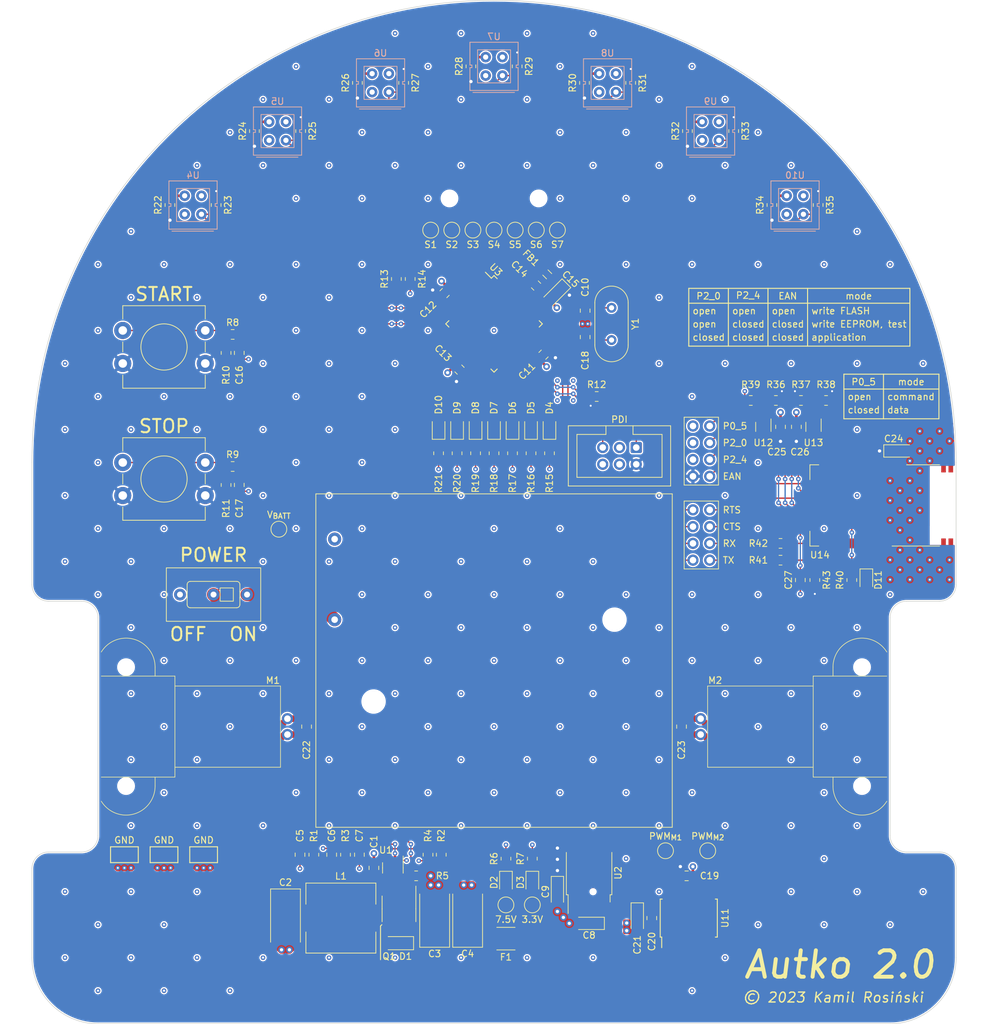
<source format=kicad_pcb>
(kicad_pcb (version 20221018) (generator pcbnew)
  (layers (0 "F.Cu" signal) (1 "In1.Cu" signal) (2 "In2.Cu" signal) (31 "B.Cu" signal) (34 "B.Paste" user) (35 "F.Paste" user) (36 "B.SilkS" user "B.Silkscreen") (37 "F.SilkS" user "F.Silkscreen") (38 "B.Mask" user) (39 "F.Mask" user) (44 "Edge.Cuts" user))
  (net 0 "")
  (net 1 "GND")
  (net 2 "+BATT")
  (net 3 "Net-(D1-K)")
  (net 4 "Net-(U1-RUN{slash}SS)")
  (net 5 "Net-(C6-Pad1)")
  (net 6 "Net-(U1-ITH)")
  (net 7 "+7.5V")
  (net 8 "+3.3V")
  (net 9 "/Microcontroller/XTAL1")
  (net 10 "Net-(U3-AVCC)")
  (net 11 "/Microcontroller/BTN_START")
  (net 12 "/Microcontroller/BTN_STOP")
  (net 13 "/Microcontroller/XTAL2")
  (net 14 "Net-(M1-+)")
  (net 15 "Net-(M1--)")
  (net 16 "Net-(M2-+)")
  (net 17 "Net-(M2--)")
  (net 18 "/Bluetooth/~{RST}")
  (net 19 "Net-(D1-A)")
  (net 20 "Net-(D2-K)")
  (net 21 "Net-(D3-K)")
  (net 22 "Net-(D4-K)")
  (net 24 "Net-(D5-K)")
  (net 25 "Net-(D6-K)")
  (net 26 "Net-(JP1-Pad3)")
  (net 27 "Net-(D7-K)")
  (net 28 "Net-(JP1-Pad5)")
  (net 29 "Net-(D8-K)")
  (net 30 "Net-(JP1-Pad7)")
  (net 31 "Net-(D9-K)")
  (net 32 "Net-(D10-K)")
  (net 33 "Net-(D11-K)")
  (net 34 "Net-(D11-A)")
  (net 35 "/Microcontroller/PDI_DATA")
  (net 38 "/Microcontroller/PDI_CLK")
  (net 39 "/Bluetooth/P2_0")
  (net 40 "/Bluetooth/P2_4")
  (net 41 "/Bluetooth/P0_5")
  (net 42 "/Bluetooth/EAN")
  (net 43 "/Bluetooth/TX")
  (net 44 "/Bluetooth/RX")
  (net 45 "/Bluetooth/RTS")
  (net 46 "/Bluetooth/CTS")
  (net 47 "Net-(U1-SW)")
  (net 48 "Net-(Q1-G)")
  (net 49 "Net-(U1-FB)")
  (net 50 "Net-(R10-Pad1)")
  (net 51 "Net-(R11-Pad1)")
  (net 52 "Net-(U3-PA7)")
  (net 53 "Net-(U5-A)")
  (net 54 "/Line sensors/SENSOR1")
  (net 55 "Net-(U6-A)")
  (net 56 "/Line sensors/SENSOR2")
  (net 57 "Net-(U7-A)")
  (net 58 "/Line sensors/SENSOR3")
  (net 59 "Net-(U8-A)")
  (net 60 "/Line sensors/SENSOR4")
  (net 61 "Net-(U9-A)")
  (net 62 "/Line sensors/SENSOR5")
  (net 63 "Net-(U10-A)")
  (net 64 "/Line sensors/SENSOR6")
  (net 65 "/Line sensors/SENSOR7")
  (net 66 "/Bluetooth/BT_3V3")
  (net 67 "/Microcontroller/M1_PWM")
  (net 68 "/Microcontroller/M2_PWM")
  (net 70 "/Microcontroller/LED1")
  (net 71 "/Microcontroller/LED2")
  (net 72 "/Microcontroller/LED3")
  (net 73 "/Microcontroller/LED4")
  (net 74 "/Microcontroller/LED5")
  (net 75 "/Microcontroller/LED6")
  (net 76 "/Microcontroller/LED7")
  (net 78 "/Microcontroller/M1_IN1")
  (net 79 "/Microcontroller/M1_IN2")
  (net 80 "/Microcontroller/M2_IN1")
  (net 81 "/Microcontroller/M2_IN2")
  (net 84 "Net-(U4-A)")
  (net 85 "Net-(BT1-+)")
  (net 87 "Net-(JP1-Pad1)")
  (net 88 "Net-(U14-UART_TX)")
  (net 89 "Net-(U14-UART_RX)")
  (net 90 "Net-(U14-P0_0{slash}RTS)")
  (net 91 "Net-(U14-P1_7{slash}CTS)")
  (net 105 "Net-(JP2-Pad1)")
  (net 106 "Net-(JP2-Pad3)")
  (footprint "Fuse:Fuse_1812_4532Metric" (layer "F.Cu") (at 101.3 172.6125)
    (fp_text reference "F1")
    (fp_text value "2A")
  )
  (footprint "TestPoint:TestPoint_Keystone_5019_Minature" (layer "F.Cu") (at 49.5 159.9)
    (fp_text reference "TP5" hide)
    (fp_text value "TestPoint")
  )
  (footprint "LED_SMD:LED_0805_2012Metric" (layer "F.Cu") (at 96.7 95.3 90)
    (fp_text reference "D8")
    (fp_text value "ORANGE")
  )
  (footprint "Autko:12mm_tact_switch" (layer "F.Cu") (at 49.5 103)
    (fp_text reference "SW3" hide)
    (fp_text value "STOP")
  )
  (footprint "Autko:Pololu_ball_caster" (layer "F.Cu") (at 99.5 60.5)
    (fp_text reference "REF**" hide)
    (fp_text value "Pololu_ball_caster" hide)
  )
  (footprint "Capacitor_SMD:C_0805_2012Metric" (layer "F.Cu") (at 106.995329 84.166902 -135)
    (fp_text reference "C11")
    (fp_text value "100nF")
  )
  (footprint "Resistor_SMD:R_0805_2012Metric" (layer "F.Cu") (at 101.3 160.5 90)
    (fp_text reference "R6")
    (fp_text value "5.1kR")
  )
  (footprint "Resistor_SMD:R_0805_2012Metric" (layer "F.Cu") (at 85.8 43 -90)
    (fp_text reference "R27")
    (fp_text value "20kR")
  )
  (footprint "Capacitor_Tantalum_SMD:CP_EIA-3216-18_Kemet-A" (layer "F.Cu") (at 113.9 170.3 180)
    (fp_text reference "C8")
    (fp_text value "10uF")
  )
  (footprint "Package_TO_SOT_SMD:TO-252-2" (layer "F.Cu") (at 113.9 162.66 90)
    (fp_text reference "U2")
    (fp_text value "TLV1117-33")
  )
  (footprint "Autko:Pololu_DC_micro" (layer "F.Cu") (at 159.5 140.5 -90)
    (fp_text reference "M2")
    (fp_text value "RIGHT")
  )
  (footprint "Capacitor_Tantalum_SMD:CP_EIA-3216-18_Kemet-A" (layer "F.Cu") (at 121.2 169.5 -90)
    (fp_text reference "C21")
    (fp_text value "10uF")
  )
  (footprint "Resistor_SMD:R_0805_2012Metric" (layer "F.Cu") (at 70.2 50.3 -90)
    (fp_text reference "R25")
    (fp_text value "20kR")
  )
  (footprint "TestPoint:TestPoint_Pad_D2.0mm" (layer "F.Cu") (at 99.5 65.3)
    (fp_text reference "TP10" hide)
    (fp_text value "TestPoint")
  )
  (footprint "Package_SO:SSOP-24_5.3x8.2mm_P0.65mm" (layer "F.Cu") (at 129 169.5 90)
    (fp_text reference "U11")
    (fp_text value "TB6612FNG")
  )
  (footprint "Capacitor_SMD:C_0805_2012Metric" (layer "F.Cu") (at 128.675 163.1)
    (fp_text reference "C19")
    (fp_text value "100nF")
  )
  (footprint "TestPoint:TestPoint_Pad_D2.0mm" (layer "F.Cu") (at 66.9 110.6)
    (fp_text reference "TP1" hide)
    (fp_text value "TestPoint")
  )
  (footprint "Resistor_SMD:R_0805_2012Metric" (layer "F.Cu") (at 120.2 43 -90)
    (fp_text reference "R31")
    (fp_text value "20kR")
  )
  (footprint "LED_SMD:LED_0805_2012Metric" (layer "F.Cu") (at 102.3 95.3 90)
    (fp_text reference "D6")
    (fp_text value "ORANGE")
  )
  (footprint "Package_TO_SOT_SMD:SOT-363_SC-70-6" (layer "F.Cu") (at 147.9 95.1 -90)
    (fp_text reference "U13")
    (fp_text value "74HC2G14")
  )
  (footprint "Resistor_SMD:R_0805_2012Metric" (layer "F.Cu") (at 105.1 99.1 -90)
    (fp_text reference "R16")
    (fp_text value "680R")
  )
  (footprint "Capacitor_SMD:C_0805_2012Metric" (layer "F.Cu") (at 81.3 161.9 90)
    (fp_text reference "C1")
    (fp_text value "100nF")
  )
  (footprint "Connector_PinHeader_2.54mm:PinHeader_2x04_P2.54mm_Vertical" (layer "F.Cu") (at 132.175 115.29 180)
    (fp_text reference "JP2" hide)
    (fp_text value "Jumper_x4_Bridged")
  )
  (footprint "LED_SMD:LED_0805_2012Metric" (layer "F.Cu") (at 107.9 95.3 90)
    (fp_text reference "D4")
    (fp_text value "ORANGE")
  )
  (footprint "Autko:Keystone_2481RB" (layer "F.Cu") (at 99.5 130.5 180)
    (fp_text reference "BT1" hide)
    (fp_text value "4xAA")
  )
  (footprint "Resistor_SMD:R_0805_2012Metric" (layer "F.Cu") (at 72.2 159.9 90)
    (fp_text reference "R1")
    (fp_text value "1MR")
  )
  (footprint "Inductor_SMD:L_10.4x10.4_H4.8" (layer "F.Cu") (at 76.3 169.5)
    (fp_text reference "L1")
    (fp_text value "3.3uH")
  )
  (footprint "Package_TO_SOT_SMD:SOT-23-8" (layer "F.Cu") (at 84.17 161.9 -90)
    (fp_text reference "U1")
    (fp_text value "LTC3872")
  )
  (footprint "Capacitor_SMD:C_0805_2012Metric" (layer "F.Cu") (at 142.9 95.1 90)
    (fp_text reference "C25")
    (fp_text value "100nF")
  )
  (footprint "Crystal:Crystal_HC49-4H_Vertical" (layer "F.Cu") (at 117.3 81.95 90)
    (fp_text reference "Y1")
    (fp_text value "8MHz")
  )
  (footprint "Resistor_SMD:R_0805_2012Metric" (layer "F.Cu") (at 102.3 99.1 -90)
    (fp_text reference "R17")
    (fp_text value "680R")
  )
  (footprint "LED_SMD:LED_0805_2012Metric" (layer "F.Cu") (at 101.3 164.1 -90)
    (fp_text reference "D2")
    (fp_text value "GREEN")
  )
  (footprint "Resistor_SMD:R_0805_2012Metric" (layer "F.Cu") (at 148.6 61.5 -90)
    (fp_text reference "R35")
    (fp_text value "20kR")
  )
  (footprint "Capacitor_Tantalum_SMD:CP_EIA-7343-20_Kemet-V" (layer "F.Cu") (at 95.5 169.5 90)
    (fp_text reference "C4")
    (fp_text value "33uF")
  )
  (footprint "Resistor_SMD:R_0805_2012Metric" (layer "F.Cu") (at 87.7 163.1)
    (fp_text reference "R5")
    (fp_text value "20mR")
  )
  (footprint "Resistor_SMD:R_0805_2012Metric" (layer "F.Cu") (at 135.8 50.3 -90)
    (fp_text reference "R33")
    (fp_text value "20kR")
  )
  (footprint "Capacitor_SMD:C_0805_2012Metric" (layer "F.Cu") (at 70.1 159.9 -90)
    (fp_text reference "C5")
    (fp_text value "100nF")
  )
  (footprint "TestPoint:TestPoint_Pad_D2.0mm" (layer "F.Cu") (at 96.3 65.3)
    (fp_text reference "TP9" hide)
    (fp_text value "TestPoint")
  )
  (footprint "TestPoint:TestPoint_Pad_D2.0mm" (layer "F.Cu") (at 105.3 167.5)
    (fp_text reference "TP6" hide)
    (fp_text value "TestPoint")
  )
  (footprint "Autko:Pololu_DC_micro" (layer "F.Cu") (at 39.5 140.5 90)
    (fp_text reference "M1")
    (fp_text value "LEFT")
  )
  (footprint "TestPoint:TestPoint_Pad_D2.0mm" (layer "F.Cu") (at 93.1 65.3)
    (fp_text reference "TP8" hide)
    (fp_text value "TestPoint")
  )
  (footprint "TestPoint:TestPoint_Keystone_5019_Minature" (layer "F.Cu") (at 43.5 159.9)
    (fp_text reference "TP3" hide)
    (fp_text value "TestPoint")
  )
  (footprint "LED_SMD:LED_0805_2012Metric" (layer "F.Cu") (at 155.9 118.3 -90)
    (fp_text reference "D11")
    (fp_text value "BLUE")
  )
  (footprint "Package_SO:SO-8_3.9x4.9mm_P1.27mm" (layer "F.Cu") (at 85.1 168.1 -90)
    (fp_text reference "Q1")
    (fp_text value "Si4368DY")
  )
  (footprint "Resistor_SMD:R_0805_2012Metric" (layer "F.Cu") (at 138.4 91.1 180)
    (fp_text reference "R39")
    (fp_text value "10kR")
  )
  (footprint "Resistor_SMD:R_0805_2012Metric" (layer "F.Cu") (at 93.9 99.1 -90)
    (fp_text reference "R20")
    (fp_text value "680R")
  )
  (footprint "Resistor_SMD:R_0805_2012Metric" (layer "F.Cu") (at 96 40.5 90)
    (fp_text reference "R28")
    (fp_text value "220R")
  )
  (footprint "Resistor_SMD:R_0805_2012Metric" (layer "F.Cu") (at 86.8 72.7 -90)
    (fp_text reference "R14")
    (fp_text value "10kR")
  )
  (footprint "Capacitor_SMD:C_0805_2012Metric" (layer "F.Cu") (at 127.9 140.5 90)
    (fp_text reference "C23")
    (fp_text value "100nF")
  )
  (footprint "Capacitor_SMD:C_0805_2012Metric" (layer "F.Cu") (at 105.863961 73.701723 -45)
    (fp_text reference "C14")
    (fp_text value "100nF")
  )
  (footprint "Capacitor_Tantalum_SMD:CP_EIA-3216-18_Kemet-A" (layer "F.Cu") (at 109.1 165.5 -90)
    (fp_text reference "C9")
    (fp_text value "10uF")
  )
  (footprint "Resistor_SMD:R_0805_2012Metric" (layer "F.Cu") (at 91.1 99.1 -90)
    (fp_text reference "R21")
    (fp_text value "680R")
  )
  (footprint "Diode_SMD:D_SOD-123F" (layer "F.Cu") (at 85.1 173.3 180)
    (fp_text reference "D1")
    (fp_text value "SKL34")
  )
  (footprint "Resistor_SMD:R_0805_2012Metric" (layer "F.Cu") (at 50.4 61.5 90)
    (fp_text reference "R22")
    (fp_text value "220R")
  )
  (footprint "Capacitor_SMD:C_0805_2012Metric" (layer "F.Cu") (at 74.9 159.9 90)
    (fp_text reference "C6")
    (fp_text value "2.2nF")
  )
  (footprint "Resistor_SMD:R_0805_2012Metric" (layer "F.Cu") (at 142.9 112.75 180)
    (fp_text reference "R42")
    (fp_text value "330R")
  )
  (footprint "TestPoint:TestPoint_Pad_D2.0mm" (layer "F.Cu") (at 102.7 65.3)
    (fp_text reference "TP11" hide)
    (fp_text value "TestPoint")
  )
  (footprint "TestPoint:TestPoint_Pad_D2.0mm" (layer "F.Cu") (at 131.875 159.3)
    (fp_text reference "TP15" hide)
    (fp_text value "TestPoint")
  )
  (footprint "Resistor_SMD:R_0805_2012Metric" (layer "F.Cu") (at 59.9 101.1 180)
    (fp_text reference "R9")
    (fp_text value "10kR")
  )
  (footprint "Capacitor_Tantalum_SMD:CP_EIA-7343-20_Kemet-V" (layer "F.Cu") (at 90.5 169.5 90)
    (fp_text reference "C3")
    (fp_text value "33uF")
  )
  (footprint "Package_QFP:TQFP-44_10x10mm_P0.8mm" (layer "F.Cu") (at 99.5 79.5 -45)
    (fp_text reference "U3")
    (fp_text value "ATxmega16A4U-A")
  )
  (footprint "Capacitor_SMD:C_0805_2012Metric" (layer "F.Cu") (at 123.4 169.5 -90)
    (fp_text reference "C20")
    (fp_text value "100nF")
  )
  (footprint "Capacitor_SMD:C_0805_2012Metric" (layer "F.Cu") (at 60.9 83.9 -90)
    (fp_text reference "C16")
    (fp_text value "100nF")
  )
  (footprint "Capacitor_Tantalum_SMD:CP_EIA-3216-18_Kemet-A" (layer "F.Cu") (at 160.85 98.75)
    (fp_text reference "C24")
    (fp_text value "10uF")
  )
  (footprint "Resistor_SMD:R_0805_2012Metric" (layer "F.Cu") (at 142.2 91.1 180)
    (fp_text reference "R36")
    (fp_text value "10kR")
  )
  (footprint "TestPoint:TestPoint_Keystone_5019_Minature" (layer "F.Cu") (at 55.5 159.9)
    (fp_text reference "TP4" hide)
    (fp_text value "TestPoint")
  )
  (footprint "Capacitor_SMD:C_0805_2012Metric" (layer "F.Cu") (at 145.9 118.3 -90)
    (fp_text reference "C27")
    (fp_text value "100nF")
  )
  (footprint "Resistor_SMD:R_0805_2012Metric" (layer "F.Cu") (at 141.6 61.5 90)
    (fp_text reference "R34")
    (fp_text value "220R")
  )
  (footprint "Resistor_SMD:R_0805_2012Metric" (layer "F.Cu") (at 99.5 99.1 -90)
    (fp_text reference "R18")
    (fp_text value "680R")
  )
  (footprint "Resistor_SMD:R_0805_2012Metric" (layer "F.Cu") (at 105.3 160.5 90)
    (fp_text reference "R7")
    (fp_text value "820kR")
  )
  (footprint "Resistor_SMD:R_0805_2012Metric" (layer "F.Cu") (at 91.5 159.9 90)
    (fp_text reference "R2")
    (fp_text value "10.2kR")
  )
  (footprint "Capacitor_SMD:C_0805_2012Metric" (layer "F.Cu") (at 113.299999 77.5 -90)
    (fp_text reference "C10")
    (fp_text value "22pF")
  )
  (footprint "LED_SMD:LED_0805_2012Metric" (layer "F.Cu") (at 105.1 95.3 90)
    (fp_text reference "D5")
    (fp_text value "ORANGE")
  )
  (footprint "Resistor_SMD:R_0805_2012Metric" (layer "F.Cu") (at 115.0525 90.5)
    (fp_text reference "R12")
    (fp_text value "10kR")
  )
  (footprint "Resistor_SMD:R_0805_2012Metric" (layer "F.Cu") (at 57.4 61.5 -90)
    (fp_text reference "R23")
    (fp_text value "20kR")
  )
  (footprint "Resistor_SMD:R_0805_2012Metric" (layer "F.Cu") (at 103 40.5 -90)
    (fp_text reference "R29")
    (fp_text value "20kR")
  )
  (footprint "Resistor_SMD:R_0805_2012Metric" (layer "F.Cu") (at 63.2 50.3 90)
    (fp_text reference "R24")
    (fp_text value "220R")
  )
  (footprint "Capacitor_SMD:C_0805_2012Metric" (layer "F.Cu") (at 79.1 159.9 -90)
    (fp_text reference "C7")
    (fp_text value "100pF")
  )
  (footprint "Capacitor_SMD:C_0805_2012Metric" (layer "F.Cu") (at 145.3 95.1 90)
    (fp_text reference "C26")
    (fp_text value "100nF")
  )
  (footprint "Resistor_SMD:R_0805_2012Metric" (layer "F.Cu") (at 78.8 43 90)
    (fp_text reference "R26")
    (fp_text value "220R")
  )
  (footprint "Capacitor_SMD:C_0805_2012Metric" (layer "F.Cu") (at 94.267413 86.429648 135)
    (fp_text reference "C13")
    (fp_text value "100nF")
  )
  (footprint "Resistor_SMD:R_0805_2012Metric" (layer "F.Cu") (at 149.8 91.1 180)
    (fp_text reference "R38")
    (fp_text value "10kR")
  )
  (footprint "Capacitor_SMD:C_0805_2012Metric" (layer "F.Cu") (at 60.9 103.9 -90)
    (fp_text reference "C17")
    (fp_text value "100nF")
  )
  (footprint "Resistor_SMD:R_0805_2012Metric" (layer "F.Cu") (at 77 159.9 90)
    (fp_text reference "R3")
    (fp_text value "18kR")
  )
  (footprint "Resistor_SMD:R_0805_2012Metric" (layer "F.Cu") (at 58.9 83.9 -90)
    (fp_text reference "R10")
    (fp_text value "1kR")
  )
  (footprint "TestPoint:TestPoint_Pad_D2.0mm" (layer "F.Cu") (at 89.9 65.3)
    (fp_text reference "TP7" hide)
    (fp_text value "TestPoint")
  )
  (footprint "Resistor_SMD:R_0805_2012Metric" (layer "F.Cu") (at 89.5 159.9 -90)
    (fp_text reference "R4")
    (fp_text value "53.6kR")
  )
  (footprint "Resistor_SMD:R_0805_2012Metric" (layer "F.Cu") (at 142.9 115.29 180)
    (fp_text reference "R41")
    (fp_text value "330R")
  )
  (footprint "LED_SMD:LED_0805_2012Metric" (layer "F.Cu") (at 93.9 95.3 90)
    (fp_text reference "D9")
    (fp_text value "ORANGE")
  )
  (footprint "Resistor_SMD:R_0805_2012Metric" (layer "F.Cu") (at 146 91.1)
    (fp_text reference "R37")
    (fp_text value "10kR")
  )
  (footprint "Resistor_SMD:R_0805_2012Metric" (layer "F.Cu") (at 107.9 99.1 -90)
    (fp_text reference "R15")
    (fp_text value "680R")
  )
  (footprint "Resistor_SMD:R_0805_2012Metric" (layer "F.Cu") (at 58.9 103.9 -90)
    (fp_text reference "R11")
    (fp_text value "1kR")
  )
  (footprint "Package_TO_SOT_SMD:SOT-363_SC-70-6" (layer "F.Cu") (at 140.299999 95.1 -90)
    (fp_text reference "U12")
    (fp_text value "74HC2G14")
  )
  (footprint "Capacitor_SMD:C_0805_2012Metric" (layer "F.Cu") (at 71.1 140.5 90)
    (fp_text reference "C22")
    (fp_text value "100nF")
  )
  (footprint "LED_SMD:LED_0805_2012Metric" (layer "F.Cu") (at 91.1 95.3 90)
    (fp_text reference "D10")
    (fp_text value "ORANGE")
  )
  (footprint "TestPoint:TestPoint_Pad_D2.0mm" (layer "F.Cu") (at 101.3 167.5)
    (fp_text reference "TP2" hide)
    (fp_text value "TestPoint")
  )
  (footprint "Capacitor_SMD:C_0805_2012Metric" (layer "F.Cu") (at 92.004668 74.833095 45)
    (fp_text reference "C12")
    (fp_text value "100nF")
  )
  (footprint "TestPoint:TestPoint_Pad_D2.0mm" (layer "F.Cu") (at 125.475 159.3)
    (fp_text reference "TP14" hide)
    (fp_text value "TestPoint")
  )
  (footprint "LED_SMD:LED_0805_2012Metric" (layer "F.Cu") (at 99.5 95.3 90)
    (fp_text reference "D7")
    (fp_text value "ORANGE")
  )
  (footprint "Resistor_SMD:R_0805_2012Metric" (layer "F.Cu") (at 59.9 81.1 180)
    (fp_text reference "R8")
    (fp_text value "10kR")
  )
  (footprint "Resistor_SMD:R_0805_2012Metric" (layer "F.Cu") (at 96.7 99.1 -90)
    (fp_text reference "R19")
    (fp_text value "680R")
  )
  (footprint "Capacitor_Tantalum_SMD:CP_EIA-7343-20_Kemet-V" (layer "F.Cu") (at 67.9 169.5 -90)
    (fp_text reference "C2")
    (fp_text value "47uF")
  )
  (footprint "Resistor_SMD:R_0805_2012Metric" (layer "F.Cu") (at 148.1 118.3 90)
    (fp_text reference "R43")
    (fp_text value "10kR")
  )
  (footprint "Connector_IDC:IDC-Header_2x03_P2.54mm_Vertical" (layer "F.Cu") (at 121.045 98.23 -90)
    (fp_text reference "J1" hide)
    (fp_text value "PDI")
  )
  (footprint "Resistor_SMD:R_0805_2012Metric" (layer "F.Cu") (at 84.7 72.7 90)
    (fp_text reference "R13")
    (fp_text value "30kR")
  )
  (footprint "TestPoint:TestPoint_Pad_D2.0mm" (layer "F.Cu") (at 109.1 65.3)
    (fp_text reference "TP13" hide)
    (fp_text value "TestPoint")
  )
  (footprint "Resistor_SMD:R_0805_2012Metric" (layer "F.Cu") (at 153.7 118.3 90)
    (fp_text reference "R40")
    (fp_text value "100R")
  )
  (footprint "Capacitor_SMD:C_0805_2012Metric" (layer "F.Cu") (at 113.299999 81.5 90)
    (fp_text reference "C18")
    (fp_text value "22pF")
  )
  (footprint "Autko:12mm_tact_switch" (layer "F.Cu") (at 49.5 83)
    (fp_text reference "SW2" hide)
    (fp_text value "START")
  )
  (footprint "Resistor_SMD:R_0805_2012Metric" (layer "F.Cu") (at 113.2 43 90)
    (fp_text reference "R30")
    (fp_text value "220R")
  )
  (footprint "Capacitor_Tantalum_SMD:CP_EIA-3216-18_Kemet-A" (layer "F.Cu") (at 108.83381 74.974517 -135)
    (fp_text reference "C15")
    (fp_text value "10uF")
  )
  (footprint "Autko:RN4678" (layer "F.Cu") (at 169.5 107 -90)
    (fp_text reference "U14")
    (fp_text value "RN4678")
  )
  (footprint "Autko:Knitter-Switch_MSS_3112_D" (layer "F.Cu") (at 57 120.5 -90)
    (fp_text reference "SW1" hide)
    (fp_text value "POWER")
  )
  (footprint "Inductor_SMD:L_0805_2012Metric" (layer "F.Cu") (at 107.561019 72.004667 -45)
    (fp_text reference "FB1")
    (fp_text value "FerriteBead")
  )
  (footprint "LED_SMD:LED_0805_2012Metric" (layer "F.Cu") (at 105.3 164.1 -90)
    (fp_text reference "D3")
    (fp_text value "GREEN")
  )
  (footprint "Connector_PinHeader_2.54mm:PinHeader_2x04_P2.54mm_Vertical" (layer "F.Cu") (at 132.175 102.59 180)
    (fp_text reference "JP1" hide)
    (fp_text value "Jumper_x4_Bridged")
  )
  (footprint "Resistor_SMD:R_0805_2012Metric" (layer "F.Cu") (at 128.8 50.3 90)
    (fp_text reference "R32")
    (fp_text value "220R")
  )
  (footprint "TestPoint:TestPoint_Pad_D2.0mm" (layer "F.Cu") (at 105.9 65.3)
    (fp_text reference "TP12" hide)
    (fp_text value "TestPoint")
  )
  (footprint "Autko:Vishay_CNY70" (layer "B.Cu") (at 132.3 50.3 -90)
    (fp_text reference "U9")
    (fp_text value "CNY70")
  )
  (footprint "Autko:Vishay_CNY70" (layer "B.Cu") (at 116.7 43 -90)
    (fp_text reference "U8")
    (fp_text value "CNY70")
  )
  (footprint "Autko:Vishay_CNY70" (layer "B.Cu") (at 99.5 40.5 -90)
    (fp_text reference "U7")
    (fp_text value "CNY70")
  )
  (footprint "Autko:Vishay_CNY70" (layer "B.Cu") (at 53.9 61.5 -90)
    (fp_text reference "U4")
    (fp_text value "CNY70")
  )
  (footprint "Autko:Vishay_CNY70" (layer "B.Cu") (at 66.7 50.3 -90)
    (fp_text reference "U5")
    (fp_text value "CNY70")
  )
  (footprint "Autko:Vishay_CNY70" (layer "B.Cu") (at 145.1 61.5 -90)
    (fp_text reference "U10")
    (fp_text value "CNY70")
  )
  (footprint "Autko:Vishay_CNY70" (layer "B.Cu") (at 82.3 43 -90)
    (fp_text reference "U6")
    (fp_text value "CNY70")
  )
  (gr_line (start 129 74.125) (end 129 82.875) (stroke (width 0.15)) (layer "F.SilkS"))
  (gr_line (start 135 74.125) (end 135 82.875) (stroke (width 0.15)) (layer "F.SilkS"))
  (gr_line (start 158.5 87.125) (end 158.5 93.875) (stroke (width 0.15)) (layer "F.SilkS"))
  (gr_line (start 152.5 93.875) (end 166.9 93.875) (stroke (width 0.15)) (layer "F.SilkS"))
  (gr_line (start 152.5 87.125) (end 166.9 87.125) (stroke (width 0.15)) (layer "F.SilkS"))
  (gr_line (start 166.9 87.125) (end 166.9 93.875) (stroke (width 0.15)) (layer "F.SilkS"))
  (gr_line (start 82.3 170.7) (end 82.5 170.5) (stroke (width 0.15)) (layer "F.SilkS"))
  (gr_line (start 129 76.375) (end 162.5 76.375) (stroke (width 0.15)) (layer "F.SilkS"))
  (gr_line (start 141 74.125) (end 141 82.875) (stroke (width 0.15)) (layer "F.SilkS"))
  (gr_line (start 82.3 175.8) (end 82.3 170.7) (stroke (width 0.15)) (layer "F.SilkS"))
  (gr_line (start 152.5 89.375) (end 166.9 89.375) (stroke (width 0.15)) (layer "F.SilkS"))
  (gr_line (start 152.5 87.125) (end 152.5 93.875) (stroke (width 0.15)) (layer "F.SilkS"))
  (gr_line (start 162.5 74.125) (end 162.5 82.875) (stroke (width 0.15)) (layer "F.SilkS"))
  (gr_line (start 129 74.125) (end 162.5 74.125) (stroke (width 0.15)) (layer "F.SilkS"))
  (gr_line (start 129 82.875) (end 162.5 82.875) (stroke (width 0.15)) (layer "F.SilkS"))
  (gr_line (start 147 74.125) (end 147 82.875) (stroke (width 0.15)) (layer "F.SilkS"))
  (gr_arc (start 29.5 100.5) (mid 99.5 30.5) (end 169.5 100.5) (stroke (width 0.1)) (layer "Edge.Cuts"))
  (gr_line (start 162 121.5) (end 167 121.5) (stroke (width 0.1)) (layer "Edge.Cuts"))
  (gr_line (start 159.5 185.5) (end 39.5 185.5) (stroke (width 0.1)) (layer "Edge.Cuts"))
  (gr_arc (start 159.5 124) (mid 160.232233 122.232233) (end 162 121.5) (stroke (width 0.1)) (layer "Edge.Cuts"))
  (gr_line (start 29.5 119) (end 29.5 100.5) (stroke (width 0.1)) (layer "Edge.Cuts"))
  (gr_arc (start 39.5 185.5) (mid 32.428932 182.571068) (end 29.5 175.5) (stroke (width 0.1)) (layer "Edge.Cuts"))
  (gr_line (start 37 121.5) (end 32 121.5) (stroke (width 0.1)) (layer "Edge.Cuts"))
  (gr_line (start 32 159.5) (end 37 159.5) (stroke (width 0.1)) (layer "Edge.Cuts"))
  (gr_line (start 169.5 119) (end 169.5 100.5) (stroke (width 0.1)) (layer "Edge.Cuts"))
  (gr_arc (start 162 159.5) (mid 160.232233 158.767767) (end 159.5 157) (stroke (width 0.1)) (layer "Edge.Cuts"))
  (gr_line (start 39.5 157) (end 39.5 124) (stroke (width 0.1)) (layer "Edge.Cuts"))
  (gr_arc (start 32 121.5) (mid 30.232233 120.767767) (end 29.5 119) (stroke (width 0.1)) (layer "Edge.Cuts"))
  (gr_line (start 167 159.5) (end 162 159.5) (stroke (width 0.1)) (layer "Edge.Cuts"))
  (gr_arc (start 167 159.5) (mid 168.767767 160.232233) (end 169.5 162) (stroke (width 0.1)) (layer "Edge.Cuts"))
  (gr_arc (start 169.5 119) (mid 168.767767 120.767767) (end 167 121.5) (stroke (width 0.1)) (layer "Edge.Cuts"))
  (gr_line (start 159.5 157) (end 159.5 124) (stroke (width 0.1)) (layer "Edge.Cuts"))
  (gr_line (start 29.5 175.5) (end 29.5 162) (stroke (width 0.1)) (layer "Edge.Cuts"))
  (gr_arc (start 37 121.5) (mid 38.767767 122.232233) (end 39.5 124) (stroke (width 0.1)) (layer "Edge.Cuts"))
  (gr_line (start 169.5 162) (end 169.5 175.5) (stroke (width 0.1)) (layer "Edge.Cuts"))
  (gr_arc (start 169.5 175.5) (mid 166.571068 182.571068) (end 159.5 185.5) (stroke (width 0.1)) (layer "Edge.Cuts"))
  (gr_arc (start 39.5 157) (mid 38.767767 158.767767) (end 37 159.5) (stroke (width 0.1)) (layer "Edge.Cuts"))
  (gr_arc (start 29.5 162) (mid 30.232233 160.232233) (end 32 159.5) (stroke (width 0.1)) (layer "Edge.Cuts"))
  (gr_text "Autko 2.0" (at 137.1 178.9) (layer "F.SilkS") (effects (font (size 4 4) (thickness 0.6) italic) (justify left bottom)))
  (gr_text "P2_4" (at 138 75.775) (layer "F.SilkS") (effects (font (size 1 1)) (justify bottom)))
  (gr_text "mode" (at 154.75 75.875) (layer "F.SilkS") (effects (font (size 1 1)) (justify bottom)))
  (gr_text "P0_5" (at 155.5 88.875) (layer "F.SilkS") (effects (font (size 1 1)) (justify bottom)))
  (gr_text "open" (at 129.5 80.125) (layer "F.SilkS") (effects (font (size 1 1)) (justify left bottom)))
  (gr_text "EAN" (at 144 75.875) (layer "F.SilkS") (effects (font (size 1 1)) (justify bottom)))
  (gr_text "open" (at 135.5 78.125) (layer "F.SilkS") (effects (font (size 1 1)) (justify left bottom)))
  (gr_text "open" (at 129.5 78.125) (layer "F.SilkS") (effects (font (size 1 1)) (justify left bottom)))
  (gr_text "mode" (at 162.7 88.875) (layer "F.SilkS") (effects (font (size 1 1)) (justify bottom)))
  (gr_text "closed" (at 129.5 82.125) (layer "F.SilkS") (effects (font (size 1 1)) (justify left bottom)))
  (gr_text "open" (at 141.5 78.125) (layer "F.SilkS") (effects (font (size 1 1)) (justify left bottom)))
  (gr_text "P2_0" (at 132 75.875) (layer "F.SilkS") (effects (font (size 1 1)) (justify bottom)))
  (gr_text "write FLASH" (at 147.5 78.125) (layer "F.SilkS") (effects (font (size 1 1)) (justify left bottom)))
  (gr_text "© 2023 Kamil Rosiński" (at 137.1 182.4) (layer "F.SilkS") (effects (font (size 1.5 1.5) (thickness 0.2) italic) (justify left bottom)))
  (gr_text "closed" (at 135.5 82.125) (layer "F.SilkS") (effects (font (size 1 1)) (justify left bottom)))
  (gr_text "application" (at 147.5 82.125) (layer "F.SilkS") (effects (font (size 1 1)) (justify left bottom)))
  (gr_text "closed" (at 153 93.125) (layer "F.SilkS") (effects (font (size 1 1)) (justify left bottom)))
  (gr_text "open" (at 153 91.125) (layer "F.SilkS") (effects (font (size 1 1)) (justify left bottom)))
  (gr_text "closed" (at 135.5 80.125) (layer "F.SilkS") (effects (font (size 1 1)) (justify left bottom)))
  (gr_text "closed" (at 141.5 82.125) (layer "F.SilkS") (effects (font (size 1 1)) (justify left bottom)))
  (gr_text "data" (at 159 93.125) (layer "F.SilkS") (effects (font (size 1 1)) (justify left bottom)))
  (gr_text "command" (at 159 91.125) (layer "F.SilkS") (effects (font (size 1 1)) (justify left bottom)))
  (gr_text "write EEPROM, test" (at 147.5 80.125) (layer "F.SilkS") (effects (font (size 1 1)) (justify left bottom)))
  (gr_text "closed" (at 141.5 80.125) (layer "F.SilkS") (effects (font (size 1 1)) (justify left bottom)))
  (segment (start 70.1 162) (end 70.1 160.85) (width 0.2) (layer "F.Cu") (net 1))
  (segment (start 102.3 101.5) (end 102.3 100.0125) (width 0.2) (layer "F.Cu") (net 1))
  (segment (start 95.257359 84.874012) (end 94.479546 84.874012) (width 0.4) (layer "F.Cu") (net 1))
  (segment (start 93.560303 75.823045) (end 93.560303 75.045227) (width 0.4) (layer "F.Cu") (net 1))
  (segment (start 129.325 164.4) (end 129.325 165.9) (width 0.4) (layer "F.Cu") (net 1))
  (segment (start 101.3 159.5875) (end 101.3 158.4) (width 0.2) (layer "F.Cu") (net 1))
  (segment (start 81.3 160.95) (end 81.3 159.7) (width 0.4) (layer "F.Cu") (net 1))
  (segment (start 91.545049 73.029973) (end 92.67642 74.161344) (width 0.4) (layer "F.Cu") (net 1))
  (segment (start 92.46429 86.889268) (end 93.595661 85.757896) (width 0.4) (layer "F.Cu") (net 1))
  (segment (start 142.9 92.9) (end 142.9 94.15) (width 0.4) (layer "F.Cu") (net 1))
  (segment (start 129.625 164.1) (end 129.625 163.1) (width 0.4) (layer "F.Cu") (net 1))
  (segment (start 106.323578 84.838653) (end 107.454951 85.970027) (width 0.4) (layer "F.Cu") (net 1))
  (segment (start 146.3 94.9) (end 147.675 94.900001) (width 0.2) (layer "F.Cu") (net 1))
  (segment (start 62.3 104.85) (end 60.9 104.85) (width 0.2) (layer "F.Cu") (net 1))
  (segment (start 145.3 94.15) (end 145.3 92.9) (width 0.4) (layer "F.Cu") (net 1))
  (segment (start 105.439697 83.176955) (end 105.439697 83.954773) (width 0.4) (layer "F.Cu") (net 1))
  (segment (start 91.1 101.5) (end 91.1 100.0125) (width 0.2) (layer "F.Cu") (net 1))
  (segment (start 60.9 104.85) (end 58.9375 104.85) (width 0.2) (layer "F.Cu") (net 1))
  (segment (start 104.096194 76.035177) (end 104.874012 75.257359) (width 0.4) (layer "F.Cu") (net 1))
  (segment (start 62.3 84.85) (end 60.9 84.85) (width 0.2) (layer "F.Cu") (net 1))
  (segment (start 145.3 94.15) (end 145.550001 94.15) (width 0.2) (layer "F.Cu") (net 1))
  (segment (start 106.535712 74.585608) (end 106.535712 74.373474) (width 0.4) (layer "F.Cu") (net 1))
  (segment (start 60.9 84.85) (end 60.8625 84.8125) (width 0.2) (layer "F.Cu") (net 1))
  (segment (start 129.325 164.4) (end 129.625 164.1) (width 0.4) (layer "F.Cu") (net 1))
  (segment (start 93.560303 75.045227) (end 92.67642 74.161344) (width 0.4) (layer "F.Cu") (net 1))
  (segment (start 94.33812 76.600862) (end 93.560303 75.823045) (width 0.4) (layer "F.Cu") (net 1))
  (segment (start 107.9 101.5) (end 107.9 100.0125) (width 0.2) (layer "F.Cu") (net 1))
  (segment (start 145.900001 119.25) (end 145.9 120.4) (width 0.2) (layer "F.Cu") (net 1))
  (segment (start 104.874012 75.257359) (end 105.651828 75.257359) (width 0.4) (layer "F.Cu") (net 1))
  (segment (start 85.145 160.7625) (end 86.25 160.7625) (width 0.2) (layer "F.Cu") (net 1))
  (segment (start 82.6375 160.7625) (end 83.195 160.7625) (width 0.4) (layer "F.Cu") (net 1))
  (segment (start 145.550001 94.15) (end 146.3 94.9) (width 0.2) (layer "F.Cu") (net 1))
  (segment (start 107.879216 75.929111) (end 106.535712 74.585608) (width 0.4) (layer "F.Cu") (net 1))
  (segment (start 96.7 101.5) (end 96.7 100.0125) (width 0.2) (layer "F.Cu") (net 1))
  (segment (start 60.8625 84.8125) (end 58.9 84.8125) (width 0.2) (layer "F.Cu") (net 1))
  (segment (start 81.3 160.95) (end 82.45 160.95) (width 0.4) (layer "F.Cu") (net 1))
  (segment (start 140.524999 94.900001) (end 140.299999 94.675001) (width 0.2) (layer "F.Cu") (net 1))
  (segment (start 105.3 159.5875) (end 105.3 158.4) (width 0.2) (layer "F.Cu") (net 1))
  (segment (start 140.299999 94.675001) (end 140.299999 94.150001) (width 0.2) (layer "F.Cu") (net 1))
  (segment (start 89.5 160.8125) (end 88.1 160.8125) (width 0.2) (layer "F.Cu") (net 1))
  (segment (start 104.66188 82.399138) (end 105.439697 83.176955) (width 0.4) (layer "F.Cu") (net 1))
  (segment (start 105.1 101.5) (end 105.1 100.0125) (width 0.2) (layer "F.Cu") (net 1))
  (segment (start 73.6 158.95) (end 74.9 158.95) (width 0.2) (layer "F.Cu") (net 1))
  (segment (start 142.649998 94.15) (end 141.899999 94.9) (width 0.2) (layer "F.Cu") (net 1))
  (segment (start 86.8 74.9) (end 86.8 73.6125) (width 0.2) (layer "F.Cu") (net 1))
  (segment (start 93.9 101.5) (end 93.9 100.0125) (width 0.2) (layer "F.Cu") (net 1))
  (segment (start 58.9375 104.85) (end 58.9 104.8125) (width 0.2) (layer "F.Cu") (net 1))
  (segment (start 141.899999 94.9) (end 140.524999 94.900001) (width 0.2) (layer "F.Cu") (net 1))
  (segment (start 79.1 162) (end 79.1 160.85) (width 0.2) (layer "F.Cu") (net 1))
  (segment (start 105.651828 75.257359) (end 106.535712 74.373474) (width 0.4) (layer "F.Cu") (net 1))
  (segment (start 82.45 160.95) (end 82.6375 160.7625) (width 0.4) (layer "F.Cu") (net 1))
  (segment (start 99.5 101.5) (end 99.5 100.0125) (width 0.2) (layer "F.Cu") (net 1))
  (segment (start 147.9 94.675001) (end 147.9 94.150001) (width 0.2) (layer "F.Cu") (net 1))
  (segment (start 137.4875 91.1) (end 137.4875 89.7) (width 0.2) (layer "F.Cu") (net 1))
  (segment (start 94.479546 84.874012) (end 93.595661 85.757896) (width 0.4) (layer "F.Cu") (net 1))
  (segment (start 147.675 94.900001) (end 147.9 94.675001) (width 0.2) (layer "F.Cu") (net 1))
  (segment (start 105.439697 83.954773) (end 106.323578 84.838653) (width 0.4) (layer "F.Cu") (net 1))
  (segment (start 96.035177 84.096194) (end 95.257359 84.874012) (width 0.4) (layer "F.Cu") (net 1))
  (segment (start 107.879216 75.929111) (end 109.010586 77.060482) (width 0.4) (layer "F.Cu") (net 1))
  (segment (start 129.625 163.1) (end 129.625 161.7) (width 0.4) (layer "F.Cu") (net 1))
  (segment (start 142.899999 94.15) (end 142.649998 94.15) (width 0.2) (layer "F.Cu") (net 1))
  (via (at 64.5 115.5) (size 0.7) (drill 0.3) (layers "F.Cu" "B.Cu") (net 1))
  (via (at 55.5 161.9) (size 0.7) (drill 0.3) (layers "F.Cu" "B.Cu") (net 1))
  (via (at 162.5 115.25) (size 0.7) (drill 0.3) (layers "F.Cu" "B.Cu") (net 1))
  (via (at 44.5 155.5) (size 0.7) (drill 0.3) (layers "F.Cu" "B.Cu") (net 1))
  (via (at 149.5 70.5) (size 0.7) (drill 0.3) (layers "F.Cu" "B.Cu") (net 1))
  (via (at 124.5 105.5) (size 0.7) (drill 0.3) (layers "F.Cu" "B.Cu") (net 1))
  (via (at 79.5 150.5) (size 0.7) (drill 0.3) (layers "F.Cu" "B.Cu") (net 1))
  (via (at 49.5 130.5) (size 0.7) (drill 0.3) (layers "F.Cu" "B.Cu") (net 1))
  (via (at 164 104.75) (size 0.7) (drill 0.3) (layers "F.Cu" "B.Cu") (net 1))
  (via (at 102.3 101.5) (size 0.7) (drill 0.3) (layers "F.Cu" "B.Cu") (net 1))
  (via (at 34.5 175.5) (size 0.7) (drill 0.3) (layers "F.Cu" "B.Cu") (net 1))
  (via (at 149.5 110.5) (size 0.7) (drill 0.3) (layers "F.Cu" "B.Cu") (net 1))
  (via (at 134.5 125.5) (size 0.7) (drill 0.3) (layers "F.Cu" "B.Cu") (net 1))
  (via (at 59.5 110.5) (size 0.7) (drill 0.3) (layers "F.Cu" "B.Cu") (net 1))
  (via (at 68.5 174.3) (size 1) (drill 0.5) (layers "F.Cu" "B.Cu") (net 1))
  (via (at 44.5 125.5) (size 0.7) (drill 0.3) (layers "F.Cu" "B.Cu") (net 1))
  (via (at 84.5 175.5) (size 0.7) (drill 0.3) (layers "F.Cu" "B.Cu") (net 1))
  (via (at 124.5 75.5) (size 0.7) (drill 0.3) (layers "F.Cu" "B.Cu") (net 1))
  (via (at 134.5 55.5) (size 0.7) (drill 0.3) (layers "F.Cu" "B.Cu") (net 1))
  (via (at 44.5 65.5) (size 0.7) (drill 0.3) (layers "F.Cu" "B.Cu") (net 1))
  (via (at 99.5 80.5) (size 0.7) (drill 0.3) (layers "F.Cu" "B.Cu") (net 1))
  (via (at 99.5 110.5) (size 0.7) (drill 0.3) (layers "F.Cu" "B.Cu") (net 1))
  (via (at 54.5 145.5) (size 0.7) (drill 0.3) (layers "F.Cu" "B.Cu") (net 1))
  (via (at 39.5 90.5) (size 0.7) (drill 0.3) (layers "F.Cu" "B.Cu") (net 1))
  (via (at 54.5 155.5) (size 0.7) (drill 0.3) (layers "F.Cu" "B.Cu") (net 1))
  (via (at 119.6 170.25) (size 1) (drill 0.5) (layers "F.Cu" "B.Cu") (net 1))
  (via (at 104.5 135.5) (size 0.7) (drill 0.3) (layers "F.Cu" "B.Cu") (net 1))
  (via (at 64.5 95.5) (size 0.7) (drill 0.3) (layers "F.Cu" "B.Cu") (net 1))
  (via (at 49.5 170.5) (size 0.7) (drill 0.3) (layers "F.Cu" "B.Cu") (net 1))
  (via (at 164 95.75) (size 0.7) (drill 0.3) (layers "F.Cu" "B.Cu") (net 1))
  (via (at 94.5 145.5) (size 0.7) (drill 0.3) (layers "F.Cu" "B.Cu") (net 1))
  (via (at 154.5 125.5) (size 0.7) (drill 0.3) (layers "F.Cu" "B.Cu") (net 1))
  (via (at 84.5 55.5) (size 0.7) (drill 0.3) (layers "F.Cu" "B.Cu") (net 1))
  (via (at 161 113.75) (size 0.7) (drill 0.3) (layers "F.Cu" "B.Cu") (net 1))
  (via (at 39.5 170.5) (size 0.7) (drill 0.3) (layers "F.Cu" "B.Cu") (net 1))
  (via (at 49.5 120.5) (size 0.7) (drill 0.3) (layers "F.Cu" "B.Cu") (net 1))
  (via (at 109.5 70.5) (size 0.7) (drill 0.3) (layers "F.Cu" "B.Cu") (net 1))
  (via (at 144.5 135.5) (size 0.7) (drill 0.3) (layers "F.Cu" "B.Cu") (net 1))
  (via (at 89.9 164.5) (size 1) (drill 0.5) (layers "F.Cu" "B.Cu") (net 1))
  (via (at 154.5 95.5) (size 0.7) (drill 0.3) (layers "F.Cu" "B.Cu") (net 1))
  (via (at 111.5 91.1) (size 0.7) (drill 0.3) (layers "F.Cu" "B.Cu") (net 1))
  (via (at 59.5 50.5) (size 0.7) (drill 0.3) (layers "F.Cu" "B.Cu") (net 1))
  (via (at 165.5 115.25) (size 0.7) (drill 0.3) (layers "F.Cu" "B.Cu") (net 1))
  (via (at 86.8 74.9) (size 0.7) (drill 0.3) (layers "F.Cu" "B.Cu") (net 1))
  (via (at 99.5 130.5) (size 0.7) (drill 0.3) (layers "F.Cu" "B.Cu") (net 1))
  (via (at 111.5 88.1) (size 0.7) (drill 0.3) (layers "F.Cu" "B.Cu") (net 1))
  (via (at 84.5 145.5) (size 0.7) (drill 0.3) (layers "F.Cu" "B.Cu") (net 1))
  (via (at 154.5 65.5) (size 0.7) (drill 0.3) (layers "F.Cu" "B.Cu") (net 1))
  (via (at 39.5 120.5) (size 0.7) (drill 0.3) (layers "F.Cu" "B.Cu") (net 1))
  (via (at 39.5 100.5) (size 0.7) (drill 0.3) (layers "F.Cu" "B.Cu") (net 1))
  (via (at 114.5 115.5) (size 0.7) (drill 0.3) (layers "F.Cu" "B.Cu") (net 1))
  (via (at 79.5 130.5) (size 0.7) (drill 0.3) (layers "F.Cu" "B.Cu") (net 1))
  (via (at 124.5 145.5) (size 0.7) (drill 0.3) (layers "F.Cu" "B.Cu") (net 1))
  (via (at 134.5 85.5) (size 0.7) (drill 0.3) (layers "F.Cu" "B.Cu") (net 1))
  (via (at 94.5 155.5) (size 0.7) (drill 0.3) (layers "F.Cu" "B.Cu") (net 1))
  (via (at 64.5 105.5) (size 0.7) (drill 0.3) (layers "F.Cu" "B.Cu") (net 1))
  (via (at 44.5 135.5) (size 0.7) (drill 0.3) (layers "F.Cu" "B.Cu") (net 1))
  (via (at 109.5 120.5) (size 0.7) (drill 0.3) (layers "F.Cu" "B.Cu") (net 1))
  (via (at 168.5 97.25) (size 0.7) (drill 0.3) (layers "F.Cu" "B.Cu") (net 1))
  (via (at 50.5 161.9) (size 0.7) (drill 0.3) (layers "F.Cu" "B.Cu") (net 1))
  (via (at 149.5 170.5) (size 0.7) (drill 0.3) (layers "F.Cu" "B.Cu") (net 1))
  (via (at 162.5 100.25) (size 0.7) (drill 0.3) (layers "F.Cu" "B.Cu") (net 1))
  (via (at 129.5 180.5) (size 0.7) (drill 0.3) (layers "F.Cu" "B.Cu") (net 1))
  (via (at 54.5 75.5) (size 0.7) (drill 0.3) (layers "F.Cu" "B.Cu") (net 1))
  (via (at 144.5 155.5) (size 0.7) (drill 0.3) (layers "F.Cu" "B.Cu") (net 1))
  (via (at 94.5 55.5) (size 0.7) (drill 0.3) (layers "F.Cu" "B.Cu") (net 1))
  (via (at 114.5 55.5) (size 0.7) (drill 0.3) (layers "F.Cu" "B.Cu") (net 1))
  (via (at 64.5 45.5) (size 0.7) (drill 0.3) (layers "F.Cu" "B.Cu") (net 1))
  (via (at 94.5 45.5) (size 0.7) (drill 0.3) (layers "F.Cu" "B.Cu") (net 1))
  (via (at 89.5 80.5) (size 0.7) (drill 0.3) (layers "F.Cu" "B.Cu") (net 1))
  (via (at 110.9 170.3) (size 1) (drill 0.5) (layers "F.Cu" "B.Cu") (net 1))
  (via (at 119.5 140.5) (size 0.7) (drill 0.3) (layers "F.Cu" "B.Cu") (net 1))
  (via (at 124.5 55.5) (size 0.7) (drill 0.3) (layers "F.Cu" "B.Cu") (net 1))
  (via (at 104.5 155.5) (size 0.7) (drill 0.3) (layers "F.Cu" "B.Cu") (net 1))
  (via (at 161 110.75) (size 0.7) (drill 0.3) (layers "F.Cu" "B.Cu") (net 1))
  (via (at 164 101.75) (size 0.7) (drill 0.3) (layers "F.Cu" "B.Cu") (net 1))
  (via (at 109.5 150.5) (size 0.7) (drill 0.3) (layers "F.Cu" "B.Cu") (net 1))
  (via (at 104.5 105.5) (size 0.7) (drill 0.3) (layers "F.Cu" "B.Cu") (net 1))
  (via (at 119.6 171.4) (size 1) (drill 0.5) (layers "F.Cu" "B.Cu") (net 1))
  (via (at 64.5 85.5) (size 0.7) (drill 0.3) (layers "F.Cu" "B.Cu") (net 1))
  (via (at 39.5 70.5) (size 0.7) (drill 0.3) (layers "F.Cu" "B.Cu") (net 1))
  (via (at 74.5 155.5) (size 0.7) (drill 0.3) (layers "F.Cu" "B.Cu") (net 1))
  (via (at 56.5 161.9) (size 0.7) (drill 0.3) (layers "F.Cu" "B.Cu") (net 1))
  (via (at 62.3 84.85) (size 0.7) (drill 0.3) (layers "F.Cu" "B.Cu") (net 1))
  (via (at 167 116.75) (size 0.7) (drill 0.3) (layers "F.Cu" "B.Cu") (net 1))
  (via (at 145.3 92.9) (size 1) (drill 0.5) (layers "F.Cu" "B.Cu") (net 1))
  (via (at 89.5 40.5) (size 0.7) (drill 0.3) (layers "F.Cu" "B.Cu") (net 1))
  (via (at 91.1 164.5) (size 1) (drill 0.5) (layers "F.Cu" "B.Cu") (net 1))
  (via (at 137.4875 89.7) (size 0.7) (drill 0.3) (layers "F.Cu" "B.Cu") (net 1))
  (via (at 79.1 162) (size 0.7) (drill 0.3) (layers "F.Cu" "B.Cu") (net 1))
  (via (at 161 116.75) (size 0.7) (drill 0.3) (layers "F.Cu" "B.Cu") (net 1))
  (via (at 73.6 158.95) (size 0.7) (drill 0.3) (layers "F.Cu" "B.Cu") (net 1))
  (via (at 104.5 35.5) (size 0.7) (drill 0.3) (layers "F.Cu" "B.Cu") (net 1))
  (via (at 86.25 160.7625) (size 0.7) (drill 0.3) (layers "F.Cu" "B.Cu") (net 1))
  (via (at 167 98.75) (size 0.7) (drill 0.3) (layers "F.Cu" "B.Cu") (net 1))
  (via (at 94.5 175.5) (size 0.7) (drill 0.3) (layers "F.Cu" "B.Cu") (net 1))
  (via (at 54.5 175.5) (size 0.7) (drill 0.3) (layers "F.Cu" "B.Cu") (net 1))
  (via (at 119.5 150.5) (size 0.7) (drill 0.3) (layers "F.Cu" "B.Cu") (net 1))
  (via (at 49.5 110.5) (size 0.7) (drill 0.3) (layers "F.Cu" "B.Cu") (net 1))
  (via (at 164 98.75) (size 0.7) (drill 0.3) (layers "F.Cu" "B.Cu") (net 1))
  (via (at 89.5 150.5) (size 0.7) (drill 0.3) (layers "F.Cu" "B.Cu") (net 1))
  (via (at 64.5 155.5) (size 0.7) (drill 0.3) (layers "F.Cu" "B.Cu") (net 1))
  (via (at 109.5 130.5) (size 0.7) (drill 0.3) (layers "F.Cu" "B.Cu") (net 1))
  (via (at 164.5 165.5) (size 0.7) (drill 0.3) (layers "F.Cu" "B.Cu") (net 1))
  (via (at 64.5 55.5) (size 0.7) (drill 0.3) (layers "F.Cu" "B.Cu") (net 1))
  (via (at 74.5 95.5) (size 0.7) (drill 0.3) (layers "F.Cu" "B.Cu") (net 1))
  (via (at 69.5 100.5) (size 0.7) (drill 0.3) (layers "F.Cu" "B.Cu") (net 1))
  (via (at 110 169.4) (size 1) (drill 0.5) (layers "F.Cu" "B.Cu") (net 1))
  (via (at 89.5 140.5) (size 0.7) (drill 0.3) (layers "F.Cu" "B.Cu") (net 1))
  (via (at 144.5 145.5) (size 0.7) (drill 0.3) (layers "F.Cu" "B.Cu") (net 1))
  (via (at 99.5 101.5) (size 0.7) (drill 0.3) (layers "F.Cu" "B.Cu") (net 1))
  (via (at 96.7 101.5) (size 0.7) (drill 0.3) (layers "F.Cu" "B.Cu") (net 1))
  (via (at 59.5 130.5) (size 0.7) (drill 0.3) (layers "F.Cu" "B.Cu") (net 1))
  (via (at 165.5 97.25) (size 0.7) (drill 0.3) (layers "F.Cu" "B.Cu") (net 1))
  (via (at 159.5 170.5) (size 0.7) (drill 0.3) (layers "F.Cu" "B.Cu") (net 1))
  (via (at 44.5 165.5) (size 0.7) (drill 0.3) (layers "F.Cu" "B.Cu") (net 1))
  (via (at 89.5 70.5) (size 0.7) (drill 0.3) (layers "F.Cu" "B.Cu") (net 1))
  (via (at 134.5 45.5) (size 0.7) (drill 0.3) (layers "F.Cu" "B.Cu") (net 1))
  (via (at 124.5 45.5) (size 0.7) (drill 0.3) (layers "F.Cu" "B.Cu") (net 1))
  (via (at 159.5 115.25) (size 0.7) (drill 0.3) (layers "F.Cu" "B.Cu") (net 1))
  (via (at 114.5 155.5) (size 0.7) (drill 0.3) (layers "F.Cu" "B.Cu") (net 1))
  (via (at 134.5 135.5) (size 0.7) (drill 0.3) (layers "F.Cu" "B.Cu") (net 1))
  (via (at 114.5 35.5) (size 0.7) (drill 0.3) (layers "F.Cu" "B.Cu") (net 1))
  (via (at 39.5 110.5) (size 0.7) (drill 0.3) (layers "F.Cu" "B.Cu") (net 1))
  (via (at 144.5 165.5) (size 0.7) (drill 0.3) (layers "F.Cu" "B.Cu") (net 1))
  (via (at 79.5 120.5) (size 0.7) (drill 0.3) (layers "F.Cu" "B.Cu") (net 1))
  (via (at 94.5 125.5) (size 0.7) (drill 0.3) (layers "F.Cu" "B.Cu") (net 1))
  (via (at 162.5 97.25) (size 0.7) (drill 0.3) (layers "F.Cu" "B.Cu") (net 1))
  (via (at 168.5 115.25) (size 0.7) (drill 0.3) (layers "F.Cu" "B.Cu") (net 1))
  (via (at 89.9 163.1) (size 1) (drill 0.5) (layers "F.Cu" "B.Cu") (net 1))
  (via (at 94.5 135.5) (size 0.7) (drill 0.3) (layers "F.Cu" "B.Cu") (net 1))
  (via (at 64.5 175.5) (size 0.7) (drill 0.3) (layers "F.Cu" "B.Cu") (net 1))
  (via (at 114.5 135.5) (size 0.7) (drill 0.3) (layers "F.Cu" "B.Cu") (net 1))
  (via (at 124.5 85.5) (size 0.7) (drill 0.3) (layers "F.Cu" "B.Cu") (net 1))
  (via (at 79.5 60.5) (size 0.7) (drill 0.3) (layers "F.Cu" "B.Cu") (net 1))
  (via (at 39.5 80.5) (size 0.7) (drill 0.3) (layers "F.Cu" "B.Cu") (net 1))
  (via (at 54.5 55.5) (size 0.7) (drill 0.3) (layers "F.Cu" "B.Cu") (net 1))
  (via (at 113.7 79.5) (size 0.7) (drill 0.3) (layers "F.Cu" "B.Cu") (net 1))
  (via (at 74.5 85.5) (size 0.7) (drill 0.3) (layers "F.Cu" "B.Cu") (net 1))
  (via (at 168.5 118.25) (size 0.7) (drill 0.3) (layers "F.Cu" "B.Cu") (net 1))
  (via (at 109.1 168.5) (size 1) (drill 0.5) (layers "F.Cu" "B.Cu") (net 1))
  (via (at 89.5 130.5) (size 0.7) (drill 0.3) (layers "F.Cu" "B.Cu") (net 1))
  (via (at 94.5 115.5) (size 0.7) (drill 0.3) (layers "F.Cu" "B.Cu") (net 1))
  (via (at 84.5 95.5) (size 0.7) (drill 0.3) (layers "F.Cu" "B.Cu") (net 1))
  (via (at 59.5 90.5) (size 0.7) (drill 0.3) (layers "F.Cu" "B.Cu") (net 1))
  (via (at 159.5 118.25) (size 0.7) (drill 0.3) (layers "F.Cu" "B.Cu") (net 1))
  (via (at 59.5 140.5) (size 0.7) (drill 0.3) (layers "F.Cu" "B.Cu") (net 1))
  (via (at 124.5 135.5) (size 0.7) (drill 0.3) (layers "F.Cu" "B.Cu") (net 1))
  (via (at 149.5 140.5) (size 0.7) (drill 0.3) (layers "F.Cu" "B.Cu") (net 1))
  (via (at 84.5 125.5) (size 0.7) (drill 0.3) (layers "F.Cu" "B.Cu") (net 1))
  (via (at 49.5 161.9) (size 0.7) (drill 0.3) (layers "F.Cu" "B.Cu") (net 1))
  (via (at 114.5 175.5) (size 0.7) (drill 0.3) (layers "F.Cu" "B.Cu") (net 1))
  (via (at 34.5 115.5) (size 0.7) (drill 0.3) (layers "F.Cu" "B.Cu") (net 1))
  (via (at 94.5 35.5) (size 0.7) (drill 0.3) (layers "F.Cu" "B.Cu") (net 1))
  (via (at 69.5 150.5) (size 0.7) (drill 0.3) (layers "F.Cu" "B.Cu") (net 1))
  (via (at 48.5 161.9) (size 0.7) (drill 0.3) (layers "F.Cu" "B.Cu") (net 1))
  (via (at 114.5 125.5) (size 0.7) (drill 0.3) (layers "F.Cu" "B.Cu") (net 1))
  (via (at 64.5 125.5) (size 0.7) (drill 0.3) (layers "F.Cu" "B.Cu") (net 1))
  (via (at 64.5 135.5) (size 0.7) (drill 0.3) (layers "F.Cu" "B.Cu") (net 1))
  (via (at 62.3 104.85) (size 0.7) (drill 0.3) (layers "F.Cu" "B.Cu") (net 1))
  (via (at 145.9 120.4) (size 0.7) (drill 0.3) (layers "F.Cu" "B.Cu") (net 1))
  (via (at 34.5 105.5) (size 0.7) (drill 0.3) (layers "F.Cu" "B.Cu") (net 1))
  (via (at 69.5 60.5) (size 0.7) (drill 0.3) (layers "F.Cu" "B.Cu") (net 1))
  (via (at 139.5 130.5) (size 0.7) (drill 0.3) (layers "F.Cu" "B.Cu") (net 1))
  (via (at 114.5 145.5) (size 0.7) (drill 0.3) (layers "F.Cu" "B.Cu") (net 1))
  (via (at 154.5 145.5) (size 0.7) (drill 0.3) (layers "F.Cu" "B.Cu") (net 1))
  (via (at 74.5 105.5) (size 0.7) (drill 0.3) (layers "F.Cu" "B.Cu") (net 1))
  (via (at 89.5 60.5) (size 0.7) (drill 0.3) (layers "F.Cu" "B.Cu") (net 1))
  (via (at 44.5 75.5) (size 0.7) (drill 0.3) (layers "F.Cu" "B.Cu") (net 1))
  (via (at 42.5 161.9) (size 0.7) (drill 0.3) (layers "F.Cu" "B.Cu") (net 1))
  (via (at 93.9 101.5) (size 0.7) (drill 0.3) (layers "F.Cu" "B.Cu") (net 1))
  (via (at 154.5 155.5) (size 0.7) (drill 0.3) (layers "F.Cu" "B.Cu") (net 1))
  (via (at 142.9 92.9) (size 1) (drill 0.5) (layers "F.Cu" "B.Cu") (net 1))
  (via (at 119.5 160.5) (size 0.7) (drill 0.3) (layers "F.Cu" "B.Cu") (net 1))
  (via (at 154.5 85.5) (size 0.7) (drill 0.3) (layers "F.Cu" "B.Cu") (net 1))
  (via (at 84.5 35.5) (size 0.7) (drill 0.3) (layers "F.Cu" "B.Cu") (net 1))
  (via (at 134.5 105.5) (size 0.7) (drill 0.3) (layers "F.Cu" "B.Cu") (net 1))
  (via (at 99.5 140.5) (size 0.7) (drill 0.3) (layers "F.Cu" "B.Cu") (net 1))
  (via (at 159.5 106.25) (size 0.7) (drill 0.3) (layers "F.Cu" "B.Cu") (net 1))
  (via (at 129.5 130.5) (size 0.7) (drill 0.3) (layers "F.Cu" "B.Cu") (net 1))
  (via (at 139.5 110.5) (size 0.7) (drill 0.3) (layers "F.Cu" "B.Cu") (net 1))
  (via (at 88.1 160.8125) (size 0.7) (drill 0.3) (layers "F.Cu" "B.Cu") (net 1))
  (via (at 119.5 50.5) (size 0.7) (drill 0.3) (layers "F.Cu" "B.Cu") (net 1))
  (via (at 109.5 140.5) (size 0.7) (drill 0.3) (layers "F.Cu" "B.Cu") (net 1))
  (via (at 119.5 120.5) (size 0.7) (drill 0.3) (layers "F.Cu" "B.Cu") (net 1))
  (via (at 165.5 100.25) (size 0.7) (drill 0.3) (layers "F.Cu" "B.Cu") (net 1))
  (via (at 96.1 164.5) (size 1) (drill 0.5) (layers "F.Cu" "B.Cu") (net 1))
  (via (at 64.5 75.5) (size 0.7) (drill 0.3) (layers "F.Cu" "B.Cu") (net 1))
  (via (at 84.5 85.5) (size 0.7) (drill 0.3) (layers "F.Cu" "B.Cu") (net 1))
  (via (at 49.5 150.5) (size 0.7) (drill 0.3) (layers "F.Cu" "B.Cu") (net 1))
  (via (at 164 116.75) (size 0.7) (drill 0.3) (layers "F.Cu" "B.Cu") (net 1))
  (via (at 91.1 101.5) (size 0.7) (drill 0.3) (layers "F.Cu" "B.Cu") (net 1))
  (via (at 91.545049 73.029973) (size 1) (drill 0.5) (layers "F.Cu" "B.Cu") (net 1))
  (via (at 144.5 55.5) (size 0.7) (drill 0.3) (layers "F.Cu" "B.Cu") (net 1))
  (via (at 162.5 109.25) (size 0.7) (drill 0.3) (layers "F.Cu" "B.Cu") (net 1))
  (via (at 34.5 165.5) (size 0.7) (drill 0.3) (layers "F.Cu" "B.Cu") (net 1))
  (via (at 124.5 125.5) (size 0.7) (drill 0.3) (layers "F.Cu" "B.Cu") (net 1))
  (via (at 94.5 105.5) (size 0.7) (drill 0.3) (layers "F.Cu" "B.Cu") (net 1))
  (via (at 159.5 103.25) (size 0.7) (drill 0.3) (layers "F.Cu" "B.Cu") (net 1))
  (via (at 149.5 160.5) (size 0.7) (drill 0.3) (layers "F.Cu" "B.Cu") (net 1))
  (via (at 99.5 120.5) (size 0.7) (drill 0.3) (layers "F.Cu" "B.Cu") (net 1))
  (via (at 134.5 175.5) (size 0.7) (drill 0.3) (layers "F.Cu" "B.Cu") (net 1))
  (via (at 129.5 40.5) (size 0.7) (drill 0.3) (layers "F.Cu" "B.Cu") (net 1))
  (via (at 159.5 120.5) (size 0.7) (drill 0.3) (layers "F.Cu" "B.Cu") (net 1))
  (via (at 69.5 110.5) (size 0.7) (drill 0.3) (layers "F.Cu" "B.Cu") (net 1))
  (via (at 104.5 175.5) (size 0.7) (drill 0.3) (layers "F.Cu" "B.Cu") (net 1))
  (via (at 44.5 175.5) (size 0.7) (drill 0.3) (layers "F.Cu" "B.Cu") (net 1))
  (via (at 109.5 50.5) (size 0.7) (drill 0.3) (layers "F.Cu" "B.Cu") (net 1))
  (via (at 162.5 106.25) (size 0.7) (drill 0.3) (layers "F.Cu" "B.Cu") (net 1))
  (via (at 44.5 161.9) (size 0.7) (drill 0.3) (layers "F.Cu" "B.Cu") (net 1))
  (via (at 74.5 55.5) (size 0.7) (drill 0.3) (layers "F.Cu" "B.Cu") (net 1))
  (via (at 34.5 95.5) (size 0.7) (drill 0.3) (layers "F.Cu" "B.Cu") (net 1))
  (via (at 67.3 174.3) (size 1) (drill 0.5) (layers "F.Cu" "B.Cu") (net 1))
  (via (at 105.3 158.4) (size 0.7) (drill 0.3) (layers "F.Cu" "B.Cu") (net 1))
  (via (at 159.5 70.5) (size 0.7) (drill 0.3) (layers "F.Cu" "B.Cu") (net 1))
  (via (at 129.5 120.5) (size 0.7) (drill 0.3) (layers "F.Cu" "B.Cu") (net 1))
  (via (at 109.5 40.5) (size 0.7) (drill 0.3) (layers "F.Cu" "B.Cu") (net 1))
  (via (at 74.5 45.5) (size 0.7) (drill 0.3) (layers "F.Cu" "B.Cu") (net 1))
  (via (at 139.5 100.5) (size 0.7) (drill 0.3) (layers "F.Cu" "B.Cu") (net 1))
  (via (at 79.5 110.5) (size 0.7) (drill 0.3) (layers "F.Cu" "B.Cu") (net 1))
  (via (at 59.5 180.5) (size 0.7) (drill 0.3) (layers "F.Cu" "B.Cu") (net 1))
  (via (at 101.3 158.4) (size 0.7) (drill 0.3) (layers "F.Cu" "B.Cu") (net 1))
  (via (at 44.5 145.5) (size 0.7) (drill 0.3) (layers "F.Cu" "B.Cu") (net 1))
  (via (at 89.5 120.5) (size 0.7) (drill 0.3) (layers "F.Cu" "B.Cu") (net 1))
  (via (at 92.46429 86.889268) (size 1) (drill 0.5) (layers "F.Cu" "B.Cu") (net 1))
  (via (at 74.5 145.5) (size 0.7) (drill 0.3) (layers "F.Cu" "B.Cu") (net 1))
  (via (at 69.5 40.5) (size 0.7) (drill 0.3) (layers "F.Cu" "B.Cu") (net 1))
  (via (at 44.5 115.5) (size 0.7) (drill 0.3) (layers "F.Cu" "B.Cu") (net 1))
  (via (at 129.5 70.5) (size 0.7) (drill 0.3) (layers "F.Cu" "B.Cu") (net 1))
  (via (at 112.9 79.5) (size 0.7) (drill 0.3) (layers "F.Cu" "B.Cu") (net 1))
  (via (at 107.9 101.5) (size 0.7) (drill 0.3) (layers "F.Cu" "B.Cu") (net 1))
  (via (at 104.5 45.5) (size 0.7) (drill 0.3) (layers "F.Cu" "B.Cu") (net 1))
  (via (at 139.5 70.5) (size 0.7) (drill 0.3) (layers "F.Cu" "B.Cu") (net 1))
  (via (at 43.5 161.9) (size 0.7) (drill 0.3) (layers "F.Cu" "B.Cu") (net 1))
  (via (at 94.9 164.5) (size 1) (drill 0.5) (layers "F.Cu" "B.Cu") (net 1))
  (via (at 104.5 55.5) (size 0.7) (drill 0.3) (layers "F.Cu" "B.Cu") (net 1))
  (via (at 70.1 162) (size 0.7) (drill 0.3) (layers "F.Cu" "B.Cu") (net 1))
  (via (at 69.5 80.5) (size 0.7) (drill 0.3) (layers "F.Cu" "B.Cu") (net 1))
  (via (at 84.5 105.5) (size 0.7) (drill 0.3) (layers "F.Cu" "B.Cu") (net 1))
  (via (at 54.5 95.5) (size 0.7) (drill 0.3) (layers "F.Cu" "B.Cu") (net 1))
  (via (at 129.625 161.7) (size 1) (drill 0.5) (layers "F.Cu" "B.Cu") (net 1))
  (via (at 34.5 85.5) (size 0.7) (drill 0.3) (layers "F.Cu" "B.Cu") (net 1))
  (via (at 54.5 135.5) (size 0.7) (drill 0.3) (layers "F.Cu" "B.Cu") (net 1))
  (via (at 54.5 165.5) (size 0.7) (drill 0.3) (layers "F.Cu" "B.Cu") (net 1))
  (via (at 49.5 180.5) (size 0.7) (drill 0.3) (layers "F.Cu" "B.Cu") (net 1))
  (via (at 107.454951 85.970027) (size 1) (drill 0.5) (layers "F.Cu" "B.Cu") (net 1))
  (via (at 59.5 70.5) (size 0.7) (drill 0.3) (layers "F.Cu" "B.Cu") (net 1))
  (via (at 49.5 70.5) (size 0.7) (drill 0.3) (layers "F.Cu" "B.Cu") (net 1))
  (via (at 154.5 105.5) (size 0.7) (drill 0.3) (layers "F.Cu" "B.Cu") (net 1))
  (via (at 74.5 75.5) (size 0.7) (drill 0.3) (layers "F.Cu" "B.Cu") (net 1))
  (via (at 79.5 50.5) (size 0.7) (drill 0.3) (layers "F.Cu" "B.Cu") (net 1))
  (via (at 79.5 70.5) (size 0.7) (drill 0.3) (layers "F.Cu" "B.Cu") (net 1))
  (via (at 161 107.75) (size 0.7) (drill 0.3) (layers "F.Cu" "B.Cu") (net 1))
  (via (at 119.5 60.5) (size 0.7) (drill 0.3) (layers "F.Cu" "B.Cu") (net 1))
  (via (at 165.5 118.25) (size 0.7) (drill 0.3) (layers "F.Cu" "B.Cu") (net 1))
  (via (at 84.5 155.5) (size 0.7) (drill 0.3) (layers "F.Cu" "B.Cu") (net 1))
  (via (at 104.5 115.5) (size 0.7) (drill 0.3) (layers "F.Cu" "B.Cu") (net 1))
  (via (at 109.1 88.1) (size 0.7) (drill 0.3) (layers "F.Cu" "B.Cu") (net 1))
  (via (at 164 107.75) (size 0.7) (drill 0.3) (layers "F.Cu" "B.Cu") (net 1))
  (via (at 124.5 165.5) (size 0.7) (drill 0.3) (layers "F.Cu" "B.Cu") (net 1))
  (via (at 79.5 100.5) (size 0.7) (drill 0.3) (layers "F.Cu" "B.Cu") (net 1))
  (via (at 104.5 145.5) (size 0.7) (drill 0.3) (layers "F.Cu" "B.Cu") (net 1))
  (via (at 129.5 90.5) (size 0.7) (drill 0.3) (layers "F.Cu" "B.Cu") (net 1))
  (via (at 44.5 95.5) (size 0.7) (drill 0.3) (layers "F.Cu" "B.Cu") (net 1))
  (via (at 49.5 90.5) (size 0.7) (drill 0.3) (layers "F.Cu" "B.Cu") (net 1))
  (via (at 164.5 85.5) (size 0.7) (drill 0.3) (layers "F.Cu" "B.Cu") (net 1))
  (via (at 109.1 91.1) (size 0.7) (drill 0.3) (layers "F.Cu" "B.Cu") (net 1))
  (via (at 69.5 90.5) (size 0.7) (drill 0.3) (layers "F.Cu" "B.Cu") (net 1))
  (via (at 119.5 70.5) (size 0.7) (drill 0.3) (layers "F.Cu" "B.Cu") (net 1))
  (via (at 79.5 90.5) (size 0.7) (drill 0.3) (layers "F.Cu" "B.Cu") (net 1))
  (via (at 69.5 130.5) (size 0.7) (drill 0.3) (layers "F.Cu" "B.Cu") (net 1))
  (via (at 144.5 85.5) (size 0.7) (drill 0.3) (layers "F.Cu" "B.Cu") (net 1))
  (via (at 144.5 125.5) (size 0.7) (drill 0.3) (layers "F.Cu" "B.Cu") (net 1))
  (via (at 154.5 135.5) (size 0.7) (drill 0.3) (layers "F.Cu" "B.Cu") (net 1))
  (via (at 162.5 103.25) (size 0.7) (drill 0.3) (layers "F.Cu" "B.Cu") (net 1))
  (via (at 149.5 150.5) (size 0.7) (drill 0.3) (layers "F.Cu" "B.Cu") (net 1))
  (via (at 139.5 170.5) (size 0.7) (drill 0.3) (layers "F.Cu" "B.Cu") (net 1))
  (via (at 79.5 140.5) (size 0.7) (drill 0.3) (layers "F.Cu" "B.Cu") (net 1))
  (via (at 104.5 125.5) (size 0.7) (drill 0.3) (layers "F.Cu" "B.Cu") (net 1))
  (via (at 149.5 130.5) (size 0.7) (drill 0.3) (layers "F.Cu" "B.Cu") (net 1))
  (via (at 167 95.75) (size 0.7) (drill 0.3) (layers "F.Cu" "B.Cu") (net 1))
  (via (at 139.5 140.5) (size 0.7) (drill 0.3) (layers "F.Cu" "B.Cu") (net 1))
  (via (at 109.010586 77.060482) (size 1) (drill 0.5) (layers "F.Cu" "B.Cu") (net 1))
  (via (at 161 104.75) (size 0.7) (drill 0.3) (layers "F.Cu" "B.Cu") (net 1))
  (via (at 69.5 70.5) (size 0.7) (drill 0.3) (layers "F.Cu" "B.Cu") (net 1))
  (via (at 81.3 159.7) (size 1) (drill 0.5) (layers "F.Cu" "B.Cu") (net 1))
  (via (at 119.5 130.5) (size 0.7) (drill 0.3) (layers "F.Cu" "B.Cu") (net 1))
  (via (at 129.5 150.5) (size 0.7) (drill 0.3) (layers "F.Cu" "B.Cu") (net 1))
  (via (at 74.5 175.5) (size 0.7) (drill 0.3) (layers "F.Cu" "B.Cu") (net 1))
  (via (at 129.5 60.5) (size 0.7) (drill 0.3) (layers "F.Cu" "B.Cu") (net 1))
  (via (at 109.5 110.5) (size 0.7) (drill 0.3) (layers "F.Cu" "B.Cu") (net 1))
  (via (at 74.5 135.5) (size 0.7) (drill 0.3) (layers "F.Cu" "B.Cu") (net 1))
  (via (at 79.5 80.5) (size 0.7) (drill 0.3) (layers "F.Cu" "B.Cu") (net 1))
  (via (at 139.5 50.5) (size 0.7) (drill 0.3) (layers "F.Cu" "B.Cu") (net 1))
  (via (at 99.5 150.5) (size 0.7) (drill 0.3) (layers "F.Cu" "B.Cu") (net 1))
  (via (at 124.5 155.5) (size 0.7) (drill 0.3) (layers "F.Cu" "B.Cu") (net 1))
  (via (at 159.5 109.25) (size 0.7) (drill 0.3) (layers "F.Cu" "B.Cu") (net 1))
  (via (at 154.5 165.5) (size 0.7) (drill 0.3) (layers "F.Cu" "B.Cu") (net 1))
  (via (at 162.5 112.25) (size 0.7) (drill 0.3) (layers "F.Cu" "B.Cu") (net 1))
  (via (at 162.5 118.25) (size 0.7) (drill 0.3) (layers "F.Cu" "B.Cu") (net 1))
  (via (at 89.5 50.5) (size 0.7) (drill 0.3) (layers "F.Cu" "B.Cu") (net 1))
  (via (at 49.5 140.5) (size 0.7) (drill 0.3) (layers "F.Cu" "B.Cu") (net 1))
  (via (at 74.5 115.5) (size 0.7) (drill 0.3) (layers "F.Cu" "B.Cu") (net 1))
  (via (at 105.1 101.5) (size 0.7) (drill 0.3) (layers "F.Cu" "B.Cu") (net 1))
  (via (at 39.5 180.5) (size 0.7) (drill 0.3) (layers "F.Cu" "B.Cu") (net 1))
  (via (at 84.5 135.5) (size 0.7) (drill 0.3) (layers "F.Cu" "B.Cu") (net 1))
  (via (at 139.5 120.5) (size 0.7) (drill 0.3) (layers "F.Cu" "B.Cu") (net 1))
  (via (at 54.5 161.9) (size 0.7) (drill 0.3) (layers "F.Cu" "B.Cu") (net 1))
  (via (at 109.5 60.5) (size 0.7) (drill 0.3) (layers "F.Cu" "B.Cu") (net 1))
  (via (at 84.5 115.5) (size 0.7) (drill 0.3) (layers "F.Cu" "B.Cu") (net 1))
  (via (at 164 113.75) (size 0.7) (drill 0.3) (layers "F.Cu" "B.Cu") (net 1))
  (via (at 134.5 155.5) (size 0.7) (drill 0.3) (layers "F.Cu" "B.Cu") (net 1))
  (segment (start 66.1 164.5875) (end 67.9 166.3875) (width 2) (layer "F.Cu") (net 2))
  (segment (start 81.55 162.85) (end 82.5 161.9) (width 0.4) (layer "F.Cu") (net 2))
  (segment (start 72.2 160.8125) (end 72.2 162.85) (width 0.2) (layer "F.Cu") (net 2))
  (segment (start 83.845 163.0375) (end 83.845 162.245) (width 0.4) (layer "F.Cu") (net 2))
  (segment (start 83.845 162.245) (end 83.5 161.9) (width 0.4) (layer "F.Cu") (net 2))
  (segment (start 71.4375 162.85) (end 72.2 162.85) (width 0.4) (layer "F.Cu") (net 2))
  (segment (start 84.7 73.6125) (end 84.7 81.3) (width 0.2) (layer "F.Cu") (net 2))
  (segment (start 83.5 161.9) (end 82.5 161.9) (width 0.4) (layer "F.Cu") (net 2))
  (segment (start 66.1 151.525) (end 66.1 164.5875) (width 2) (layer "F.Cu") (net 2))
  (segment (start 57 120.5) (end 74 137.5) (width 2) (layer "F.Cu") (net 2))
  (segment (start 81.3 162.85) (end 81.55 162.85) (width 0.4) (layer "F.Cu") (net 2))
  (segment (start 66.9 110.6) (end 57 120.5) (width 0.2) (layer "F.Cu") (net 2))
  (segment (start 66.9 99.1) (end 66.9 110.6) (width 0.2) (layer "F.Cu") (net 2))
  (segment (start 84.7 81.3) (end 66.9 99.1) (width 0.2) (layer "F.Cu") (net 2))
  (segment (start 72.2 162.85) (end 81.3 162.85) (width 0.4) (layer "F.Cu") (net 2))
  (segment (start 74 137.5) (end 74 143.625) (width 2) (layer "F.Cu") (net 2))
  (segment (start 67.9 166.3875) (end 71.4375 162.85) (width 0.4) (layer "F.Cu") (net 2))
  (segment (start 74 143.625) (end 66.1 151.525) (width 2) (layer "F.Cu") (net 2))
  (segment (start 95.5 172.6125) (end 99.1625 172.6125) (width 1) (layer "F.Cu") (net 3))
  (segment (start 99.1625 163.7625) (end 98.45 163.05) (width 0.2) (layer "F.Cu") (net 3))
  (segment (start 91.5 160.8125) (end 96.2125 160.8125) (width 0.2) (layer "F.Cu") (net 3))
  (segment (start 99.1625 172.6125) (end 99.1625 163.7625) (width 0.2) (layer "F.Cu") (net 3))
  (segment (start 96.2125 160.8125) (end 98.45 163.05) (width 0.2) (layer "F.Cu") (net 3))
  (segment (start 86.9 161.1) (end 86.85 161.15) (width 0.2) (layer "F.Cu") (net 4))
  (segment (start 70.1375 158.9875) (end 72.2 158.9875) (width 0.2) (layer "F.Cu") (net 4))
  (segment (start 86.85 161.15) (end 86.1 161.9) (width 0.2) (layer "F.Cu") (net 4))
  (segment (start 70.1 158.95) (end 70.1375 158.9875) (width 0.2) (layer "F.Cu") (net 4))
  (segment (start 84.495 162.205) (end 84.495 163.0375) (width 0.2) (layer "F.Cu") (net 4))
  (segment (start 86.1 161.9) (end 84.8 161.9) (width 0.2) (layer "F.Cu") (net 4))
  (segment (start 73.8 157.6) (end 86.2 157.6) (width 0.2) (layer "F.Cu") (net 4))
  (segment (start 72.2 158.9875) (end 72.4125 158.9875) (width 0.2) (layer "F.Cu") (net 4))
  (segment (start 86.2 157.6) (end 86.9 158.3) (width 0.2) (layer "F.Cu") (net 4))
  (segment (start 84.8 161.9) (end 84.495 162.205) (width 0.2) (layer "F.Cu") (net 4))
  (segment (start 72.4125 158.9875) (end 73.8 157.6) (width 0.2) (layer "F.Cu") (net 4))
  (segment (start 86.9 159.7) (end 86.9 161.1) (width 0.2) (layer "F.Cu") (net 4))
  (via (at 86.9 159.7) (size 0.7) (drill 0.3) (layers "F.Cu" "B.Cu") (net 4))
  (via (at 86.9 158.3) (size 0.7) (drill 0.3) (layers "F.Cu" "B.Cu") (net 4))
  (segment (start 86.9 158.3) (end 86.9 159.7) (width 0.2) (layer "B.Cu") (net 4))
  (segment (start 76.9625 160.85) (end 77 160.8125) (width 0.2) (layer "F.Cu") (net 5))
  (segment (start 74.9 160.85) (end 76.9625 160.85) (width 0.2) (layer "F.Cu") (net 5))
  (segment (start 77.0375 158.95) (end 77 158.9875) (width 0.2) (layer "F.Cu") (net 6))
  (segment (start 80.05 158.95) (end 79.1 158.95) (width 0.2) (layer "F.Cu") (net 6))
  (segment (start 80.7 158.3) (end 80.05 158.95) (width 0.2) (layer "F.Cu") (net 6))
  (segment (start 84.5 158.3) (end 80.7 158.3) (width 0.2) (layer "F.Cu") (net 6))
  (segment (start 79.1 158.95) (end 77.0375 158.95) (width 0.2) (layer "F.Cu") (net 6))
  (segment (start 84.495 160.7625) (end 84.495 159.7) (width 0.2) (layer "F.Cu") (net 6))
  (via (at 84.495 159.7) (size 0.7) (drill 0.3) (layers "F.Cu" "B.Cu") (net 6))
  (via (at 84.5 158.3) (size 0.7) (drill 0.3) (layers "F.Cu" "B.Cu") (net 6))
  (segment (start 84.495 158.305) (end 84.5 158.3) (width 0.2) (layer "B.Cu") (net 6))
  (segment (start 84.495 159.7) (end 84.495 158.305) (width 0.2) (layer "B.Cu") (net 6))
  (segment (start 117.1 170.3) (end 119.25 168.15) (width 1) (layer "F.Cu") (net 7))
  (segment (start 115.25 170.3) (end 117.1 170.3) (width 1) (layer "F.Cu") (net 7))
  (segment (start 114.3875 172.6125) (end 115.25 171.75) (width 1) (layer "F.Cu") (net 7))
  (segment (start 119.25 168.15) (end 121.2 168.15) (width 1) (layer "F.Cu") (net 7))
  (segment (start 115.25 171.75) (end 115.25 170.3) (width 1) (layer "F.Cu") (net 7))
  (segment (start 101.3 167.5) (end 101.3 165.0375) (width 0.4) (layer "F.Cu") (net 7))
  (segment (start 101.3 167.5) (end 103.4375 169.6375) (width 0.4) (layer "F.Cu") (net 7))
  (segment (start 103.4375 172.6125) (end 114.3875 172.6125) (width 1) (layer "F.Cu") (net 7))
  (segment (start 103.4375 169.6375) (end 103.4375 172.6125) (width 0.4) (layer "F.Cu") (net 7))
  (segment (start 120.2 42.0875) (end 120.2 40.9) (width 0.2) (layer "F.Cu") (net 8))
  (segment (start 127.725 164.1) (end 127.725 163.1) (width 0.4) (layer "F.Cu") (net 8))
  (segment (start 90.201546 74.373476) (end 91.332917 75.504847) (width 0.4) (layer "F.Cu") (net 8))
  (segment (start 113.2 43.9125) (end 113.2 45.300001) (width 0.4) (layer "F.Cu") (net 8))
  (segment (start 147.9 95.524999) (end 147.9 96.049999) (width 0.2) (layer "F.Cu") (net 8))
  (segment (start 109.1 164.15) (end 107.65 164.15) (width 0.2) (layer "F.Cu") (net 8))
  (segment (start 107.66708 83.49515) (end 108.798454 84.626524) (width 0.4) (layer "F.Cu") (net 8))
  (segment (start 142.9 96.05) (end 142.9 97.3) (width 0.4) (layer "F.Cu") (net 8))
  (segment (start 70.2 49.3875) (end 70.2 48.2) (width 0.2) (layer "F.Cu") (net 8))
  (segment (start 109.788404 74.019923) (end 108.524449 72.755968) (width 0.4) (layer "F.Cu") (net 8))
  (segment (start 146.3 95.3) (end 147.675 95.299999) (width 0.2) (layer "F.Cu") (net 8))
  (segment (start 147.675 95.299999) (end 147.9 95.524999) (width 0.2) (layer "F.Cu") (net 8))
  (segment (start 57.4 60.5875) (end 57.4 59.4) (width 0.2) (layer "F.Cu") (net 8))
  (segment (start 63.2 51.2125) (end 63.2 52.600001) (width 0.4) (layer "F.Cu") (net 8))
  (segment (start 95.823045 86.217519) (end 94.939164 87.101399) (width 0.4) (layer "F.Cu") (net 8))
  (segment (start 145.3 96.05) (end 145.550001 96.05) (width 0.2) (layer "F.Cu") (net 8))
  (segment (start 145.550001 96.05) (end 146.3 95.3) (width 0.2) (layer "F.Cu") (net 8))
  (segment (start 159.2 101.25) (end 160.3 101.25) (width 0.2) (layer "F.Cu") (net 8))
  (segment (start 148.1 119.2125) (end 148.1 120.4) (width 0.2) (layer "F.Cu") (net 8))
  (segment (start 106.005382 82.61127) (end 106.7832 82.61127) (width 0.4) (layer "F.Cu") (net 8))
  (segment (start 143.1125 91.1) (end 143.1125 89.7) (width 0.2) (layer "F.Cu") (net 8))
  (segment (start 50.4 62.4125) (end 50.4 63.800001) (width 0.4) (layer "F.Cu") (net 8))
  (segment (start 128.675 165.9) (end 128.025 165.9) (width 0.2) (layer "F.Cu") (net 8))
  (segment (start 141.6 62.4125) (end 141.6 63.800001) (width 0.4) (layer "F.Cu") (net 8))
  (segment (start 159.5 98.75) (end 160.3 99.55) (width 0.4) (layer "F.Cu") (net 8))
  (segment (start 114.14 91.9) (end 114.14 90.5) (width 0.2) (layer "F.Cu") (net 8))
  (segment (start 106.7625 165.0375) (end 105.3 165.0375) (width 0.2) (layer "F.Cu") (net 8))
  (segment (start 92.994618 76.38873) (end 92.2168 76.38873) (width 0.4) (layer "F.Cu") (net 8))
  (segment (start 108.524449 72.755968) (end 108.31232 72.755968) (width 0.4) (layer "F.Cu") (net 8))
  (segment (start 85.8 42.0875) (end 85.8 40.9) (width 0.2) (layer "F.Cu") (net 8))
  (segment (start 128.8 51.2125) (end 128.8 52.600001) (width 0.4) (layer "F.Cu") (net 8))
  (segment (start 107.65 164.15) (end 106.7625 165.0375) (width 0.2) (layer "F.Cu") (net 8))
  (segment (start 145.3 97.3) (end 145.3 96.05) (width 0.4) (layer "F.Cu") (net 8))
  (segment (start 106.7832 82.61127) (end 107.66708 83.49515) (width 0.4) (layer "F.Cu") (net 8))
  (segment (start 96.600862 84.66188) (end 95.823045 85.439697) (width 0.4) (layer "F.Cu") (net 8))
  (segment (start 140.299999 95.524999) (end 140.299999 96.049999) (width 0.2) (layer "F.Cu") (net 8))
  (segment (start 105.227565 81.833452) (end 106.005382 82.61127) (width 0.4) (layer "F.Cu") (net 8))
  (segment (start 140.524999 95.299999) (end 140.299999 95.524999) (width 0.2) (layer "F.Cu") (net 8))
  (segment (start 150.7125 91.1) (end 150.7125 89.7) (width 0.2) (layer "F.Cu") (net 8))
  (segment (start 93.807793 88.232771) (end 94.939164 87.101399) (width 0.4) (layer "F.Cu") (net 8))
  (segment (start 105.3 167.5) (end 105.3 165.0375) (width 0.4) (layer "F.Cu") (net 8))
  (segment (start 148.6 60.5875) (end 148.6 59.4) (width 0.2) (layer "F.Cu") (net 8))
  (segment (start 78.8 43.9125) (end 78.8 45.300001) (width 0.4) (layer "F.Cu") (net 8))
  (segment (start 160.3 99.55) (end 160.3 101.25) (width 0.4) (layer "F.Cu") (net 8))
  (segment (start 103 39.5875) (end 103 38.4) (width 0.2) (layer "F.Cu") (net 8))
  (segment (start 159.5 98.75) (end 157.9 98.75) (width 0.4) (layer "F.Cu") (net 8))
  (segment (start 95.823045 85.439697) (end 95.823045 86.217519) (width 0.4) (layer "F.Cu") (net 8))
  (segment (start 142.899999 96.05) (end 142.649998 96.05) (width 0.2) (layer "F.Cu") (net 8))
  (segment (start 141.899999 95.3) (end 140.524999 95.299999) (width 0.2) (layer "F.Cu") (net 8))
  (segment (start 142.649998 96.05) (end 141.899999 95.3) (width 0.2) (layer "F.Cu") (net 8))
  (segment (start 93.772435 77.166548) (end 92.994618 76.38873) (width 0.4) (layer "F.Cu") (net 8))
  (segment (start 145.0875 91.1) (end 145.0875 89.7) (width 0.2) (layer "F.Cu") (net 8))
  (segment (start 96 41.4125) (end 96 42.800001) (width 0.4) (layer "F.Cu") (net 8))
  (segment (start 135.8 49.3875) (end 135.8 48.2) (width 0.2) (layer "F.Cu") (net 8))
  (segment (start 127.725 163.1) (end 127.725 161.7) (width 0.4) (layer "F.Cu") (net 8))
  (segment (start 128.025 165.9) (end 128.025 164.4) (width 0.4) (layer "F.Cu") (net 8))
  (segment (start 92.2168 76.38873) (end 91.332917 75.504847) (width 0.4) (layer "F.Cu") (net 8))
  (segment (start 109.788404 74.019923) (end 110.919775 75.151293) (width 0.4) (layer "F.Cu") (net 8))
  (segment (start 128.025 164.4) (end 127.725 164.1) (width 0.4) (layer "F.Cu") (net 8))
  (via (at 78.8 45.300001) (size 1) (drill 0.5) (layers "F.Cu" "B.Cu") (net 8))
  (via (at 63.2 52.600001) (size 1) (drill 0.5) (layers "F.Cu" "B.Cu") (net 8))
  (via (at 90.201546 74.373476) (size 1) (drill 0.5) (layers "F.Cu" "B.Cu") (net 8))
  (via (at 148.6 59.4) (size 0.7) (drill 0.3) (layers "F.Cu" "B.Cu") (net 8))
  (via (at 145.0875 89.7) (size 0.7) (drill 0.3) (layers "F.Cu" "B.Cu") (net 8))
  (via (at 108.798454 84.626524) (size 1) (drill 0.5) (layers "F.Cu" "B.Cu") (net 8))
  (via (at 128.8 52.600001) (size 1) (drill 0.5) (layers "F.Cu" "B.Cu") (net 8))
  (via (at 150.7125 89.7) (size 0.7) (drill 0.3) (layers "F.Cu" "B.Cu") (net 8))
  (via (at 135.8 48.2) (size 0.7) (drill 0.3) (layers "F.Cu" "B.Cu") (net 8))
  (via (at 110.919775 75.151293) (size 1) (drill 0.5) (layers "F.Cu" "B.Cu") (net 8))
  (via (at 148.1 120.4) (size 0.7) (drill 0.3) (layers "F.Cu" "B.Cu") (net 8))
  (via (at 93.807793 88.232771) (size 1) (drill 0.5) (layers "F.Cu" "B.Cu") (net 8))
  (via (at 127.725 161.7) (size 1) (drill 0.5) (layers "F.Cu" "B.Cu") (net 8))
  (via (at 141.6 63.800001) (size 1) (drill 0.5) (layers "F.Cu" "B.Cu") (net 8))
  (via (at 109.1 158.9) (size 1) (drill 0.5) (layers "F.Cu" "B.Cu") (net 8))
  (via (at 96 42.800001) (size 1) (drill 0.5) (layers "F.Cu" "B.Cu") (net 8))
  (via (at 113.2 45.300001) (size 1) (drill 0.5) (layers "F.Cu" "B.Cu") (net 8))
  (via (at 85.8 40.9) (size 0.7) (drill 0.3) (layers "F.Cu" "B.Cu") (net 8))
  (via (at 109.1 162.3) (size 1) (drill 0.5) (layers "F.Cu" "B.Cu") (net 8))
  (via (at 142.9 97.3) (size 1) (drill 0.5) (layers "F.Cu" "B.Cu") (net 8))
  (via (at 145.3 97.3) (size 1) (drill 0.5) (layers "F.Cu" "B.Cu") (net 8))
  (via (at 103 38.4) (size 0.7) (drill 0.3) (layers "F.Cu" "B.Cu") (net 8))
  (via (at 50.4 63.800001) (size 1) (drill 0.5) (layers "F.Cu" "B.Cu") (net 8))
  (via (at 57.4 59.4) (size 0.7) (drill 0.3) (layers "F.Cu" "B.Cu") (net 8))
  (via (at 143.1125 89.7) (size 0.7) (drill 0.3) (layers "F.Cu" "B.Cu") (net 8))
  (via (at 70.2 48.2) (size 0.7) (drill 0.3) (layers "F.Cu" "B.Cu") (net 8))
  (via (at 114.14 91.9) (size 0.7) (drill 0.3) (layers "F.Cu" "B.Cu") (net 8))
  (via (at 109.1 160.6) (size 1) (drill 0.5) (layers "F.Cu" "B.Cu") (net 8))
  (via (at 157.9 98.75) (size 1) (drill 0.5) (layers "F.Cu" "B.Cu") (net 8))
  (via (at 120.2 40.9) (size 0.7) (drill 0.3) (layers "F.Cu" "B.Cu") (net 8))
  (segment (start 114.35 76.55) (end 114.87 77.07) (width 0.2) (layer "F.Cu") (net 9))
  (segment (start 106.364466 75.964466) (end 108.5 78.1) (width 0.2) (layer "F.Cu") (net 9))
  (segment (start 109.5 78.1) (end 111.05 76.55) (width 0.2) (layer "F.Cu") (net 9))
  (segment (start 113.299999 76.55) (end 114.35 76.55) (width 0.2) (layer "F.Cu") (net 9))
  (segment (start 114.87 77.07) (end 117.3 77.07) (width 0.2) (layer "F.Cu") (net 9))
  (segment (start 108.5 78.1) (end 109.5 78.1) (width 0.2) (layer "F.Cu") (net 9))
  (segment (start 104.66188 76.600862) (end 105.298276 75.964466) (width 0.2) (layer "F.Cu") (net 9))
  (segment (start 105.298276 75.964466) (end 106.364466 75.964466) (width 0.2) (layer "F.Cu") (net 9))
  (segment (start 111.05 76.55) (end 113.299999 76.55) (width 0.2) (layer "F.Cu") (net 9))
  (segment (start 105.19221 73.029972) (end 106.809718 71.412463) (width 0.4) (layer "F.Cu") (net 10))
  (segment (start 103.530509 75.469491) (end 104.308326 74.691674) (width 0.4) (layer "F.Cu") (net 10))
  (segment (start 106.809718 71.412463) (end 106.809718 71.253366) (width 0.4) (layer "F.Cu") (net 10))
  (segment (start 104.308326 73.913855) (end 105.19221 73.029972) (width 0.4) (layer "F.Cu") (net 10))
  (segment (start 104.308326 74.691674) (end 104.308326 73.913855) (width 0.4) (layer "F.Cu") (net 10))
  (segment (start 63.504163 77.095837) (end 60.8125 79.7875) (width 0.2) (layer "F.Cu") (net 11))
  (segment (start 60.8125 82.8625) (end 60.9 82.95) (width 0.2) (layer "F.Cu") (net 11))
  (segment (start 85.4 77.095837) (end 92.570354 77.095837) (width 0.2) (layer "F.Cu") (net 11))
  (segment (start 60.8125 81.1) (end 60.8125 82.8625) (width 0.2) (layer "F.Cu") (net 11))
  (segment (start 84 77.095837) (end 63.504163 77.095837) (width 0.2) (layer "F.Cu") (net 11))
  (segment (start 60.8125 79.7875) (end 60.8125 81.1) (width 0.2) (layer "F.Cu") (net 11))
  (segment (start 92.570354 77.095837) (end 93.20675 77.732233) (width 0.2) (layer "F.Cu") (net 11))
  (via (at 85.4 77.095837) (size 0.7) (drill 0.3) (layers "F.Cu" "B.Cu") (net 11))
  (via (at 84 77.095837) (size 0.7) (drill 0.3) (layers "F.Cu" "B.Cu") (net 11))
  (segment (start 84 77.095837) (end 85.4 77.095837) (width 0.2) (layer "B.Cu") (net 11))
  (segment (start 91.438982 79.5) (end 85.4 79.5) (width 0.2) (layer "F.Cu") (net 12))
  (segment (start 60.8125 101.1) (end 60.8125 102.8625) (width 0.2) (layer "F.Cu") (net 12))
  (segment (start 60.8125 102.8625) (end 60.9 102.95) (width 0.2) (layer "F.Cu") (net 12))
  (segment (start 60.8125 101.1) (end 60.8125 95.1875) (width 0.2) (layer "F.Cu") (net 12))
  (segment (start 92.641064 78.297918) (end 91.438982 79.5) (width 0.2) (layer "F.Cu") (net 12))
  (segment (start 60.8125 95.1875) (end 76.5 79.5) (width 0.2) (layer "F.Cu") (net 12))
  (segment (start 84 79.5) (end 76.5 79.5) (width 0.2) (layer "F.Cu") (net 12))
  (via (at 85.4 79.5) (size 0.7) (drill 0.3) (layers "F.Cu" "B.Cu") (net 12))
  (via (at 84 79.5) (size 0.7) (drill 0.3) (layers "F.Cu" "B.Cu") (net 12))
  (segment (start 84 79.5) (end 85.4 79.5) (width 0.2) (layer "B.Cu") (net 12))
  (segment (start 112.25 82.45) (end 113.299999 82.45) (width 0.2) (layer "F.Cu") (net 13))
  (segment (start 114.35 82.45) (end 114.85 81.95) (width 0.2) (layer "F.Cu") (net 13))
  (segment (start 105.863961 76.530152) (end 106.330152 76.530152) (width 0.2) (layer "F.Cu") (net 13))
  (segment (start 113.299999 82.45) (end 114.35 82.45) (width 0.2) (layer "F.Cu") (net 13))
  (segment (start 105.227565 77.166548) (end 105.863961 76.530152) (width 0.2) (layer "F.Cu") (net 13))
  (segment (start 114.85 81.95) (end 117.3 81.95) (width 0.2) (layer "F.Cu") (net 13))
  (segment (start 106.330152 76.530152) (end 112.25 82.45) (width 0.2) (layer "F.Cu") (net 13))
  (segment (start 125.75 173.1) (end 125.75 175.25) (width 1) (layer "F.Cu") (net 14))
  (segment (start 120.5 180.5) (end 67 180.5) (width 1) (layer "F.Cu") (net 14))
  (segment (start 62 175.5) (end 62 147.45) (width 1) (layer "F.Cu") (net 14))
  (segment (start 69.5 141.7) (end 69.75 141.45) (width 1) (layer "F.Cu") (net 14))
  (segment (start 69.75 141.45) (end 71.1 141.45) (width 1) (layer "F.Cu") (net 14))
  (segment (start 67 180.5) (end 62 175.5) (width 1) (layer "F.Cu") (net 14))
  (segment (start 125.75 175.25) (end 120.5 180.5) (width 1) (layer "F.Cu") (net 14))
  (segment (start 68.2 141.7) (end 68.45 141.45) (width 1) (layer "F.Cu") (net 14))
  (segment (start 68.2 141.7) (end 69.5 141.7) (width 1) (layer "F.Cu") (net 14))
  (segment (start 62 147.45) (end 67.75 141.7) (width 1) (layer "F.Cu") (net 14))
  (segment (start 67.75 141.7) (end 68.2 141.7) (width 1) (layer "F.Cu") (net 14))
  (segment (start 121.05 182) (end 66.5 182) (width 1) (layer "F.Cu") (net 15))
  (segment (start 66.5 182) (end 60.5 176) (width 1) (layer "F.Cu") (net 15))
  (segment (start 69.75 139.55) (end 71.1 139.55) (width 1) (layer "F.Cu") (net 15))
  (segment (start 60.5 176) (end 60.5 147) (width 1) (layer "F.Cu") (net 15))
  (segment (start 69.5 139.3) (end 69.75 139.55) (width 1) (layer "F.Cu") (net 15))
  (segment (start 128.35 174.7) (end 121.05 182) (width 1) (layer "F.Cu") (net 15))
  (segment (start 60.5 147) (end 68.2 139.3) (width 1) (layer "F.Cu") (net 15))
  (segment (start 128.35 173.1) (end 128.35 174.7) (width 1) (layer "F.Cu") (net 15))
  (segment (start 68.2 139.3) (end 69.5 139.3) (width 1) (layer "F.Cu") (net 15))
  (segment (start 68.2 139.3) (end 68.45 139.55) (width 1) (layer "F.Cu") (net 15))
  (segment (start 129.5 141.7) (end 130.8 141.7) (width 1) (layer "F.Cu") (net 16))
  (segment (start 131.2 141.7) (end 130.8 141.7) (width 1) (layer "F.Cu") (net 16))
  (segment (start 133.4 173.1) (end 137 169.5) (width 1) (layer "F.Cu") (net 16))
  (segment (start 137 147.5) (end 131.2 141.7) (width 1) (layer "F.Cu") (net 16))
  (segment (start 129.25 141.45) (end 127.9 141.45) (width 1) (layer "F.Cu") (net 16))
  (segment (start 137 169.5) (end 137 147.5) (width 1) (layer "F.Cu") (net 16))
  (segment (start 130.8 141.7) (end 130.55 141.45) (width 1) (layer "F.Cu") (net 16))
  (segment (start 129.5 141.7) (end 129.25 141.45) (width 1) (layer "F.Cu") (net 16))
  (segment (start 132.575 173.1) (end 133.4 173.1) (width 1) (layer "F.Cu") (net 16))
  (segment (start 129.5 139.3) (end 129.25 139.55) (width 1) (layer "F.Cu") (net 17))
  (segment (start 130.55 139.55) (end 130.8 139.3) (width 1) (layer "F.Cu") (net 17))
  (segment (start 129.65 173.1) (end 129.65 174.7) (width 1) (layer "F.Cu") (net 17))
  (segment (start 129.25 139.55) (end 127.9 139.55) (width 1) (layer "F.Cu") (net 17))
  (segment (start 133.5 175) (end 138.5 170) (width 1) (layer "F.Cu") (net 17))
  (segment (start 129.65 174.7) (end 129.95 175) (width 1) (layer "F.Cu") (net 17))
  (segment (start 129.5 139.3) (end 130.8 139.3) (width 1) (layer "F.Cu") (net 17))
  (segment (start 138.5 147) (end 130.8 139.3) (width 1) (layer "F.Cu") (net 17))
  (segment (start 129.95 175) (end 133.5 175) (width 1) (layer "F.Cu") (net 17))
  (segment (start 138.5 170) (end 138.5 147) (width 1) (layer "F.Cu") (net 17))
  (segment (start 145.9 111.9) (end 145.9 110.9) (width 0.2) (layer "F.Cu") (net 18))
  (segment (start 145.9 117.35) (end 148.0625 117.35) (width 0.2) (layer "F.Cu") (net 18))
  (segment (start 145.9 110.9) (end 146.5 110.3) (width 0.2) (layer "F.Cu") (net 18))
  (segment (start 148.0625 117.35) (end 148.1 117.3875) (width 0.2) (layer "F.Cu") (net 18))
  (segment (start 146.5 110.3) (end 147.75 110.3) (width 0.2) (layer "F.Cu") (net 18))
  (segment (start 145.9 117.35) (end 145.9 116.1) (width 0.2) (layer "F.Cu") (net 18))
  (via (at 145.9 116.1) (size 0.7) (drill 0.3) (layers "F.Cu" "B.Cu") (net 18))
  (via (at 145.9 111.9) (size 0.7) (drill 0.3) (layers "F.Cu" "B.Cu") (net 18))
  (segment (start 145.9 116.1) (end 145.9 111.9) (width 0.2) (layer "B.Cu") (net 18))
  (segment (start 101.3 163.1625) (end 101.3 161.4125) (width 0.4) (layer "F.Cu") (net 20))
  (segment (start 105.3 163.1625) (end 105.3 161.4125) (width 0.4) (layer "F.Cu") (net 21))
  (segment (start 107.9 98.1875) (end 107.9 96.2375) (width 0.2) (layer "F.Cu") (net 22))
  (segment (start 105.1 98.1875) (end 105.1 96.2375) (width 0.2) (layer "F.Cu") (net 24))
  (segment (start 102.3 98.1875) (end 102.3 96.2375) (width 0.2) (layer "F.Cu") (net 25))
  (segment (start 132.175 100.05) (end 135.5 96.725) (width 0.2) (layer "F.Cu") (net 26))
  (segment (start 135.5 89.534314) (end 136.534314 88.5) (width 0.2) (layer "F.Cu") (net 26))
  (segment (start 135.5 96.725) (end 135.5 89.534314) (width 0.2) (layer "F.Cu") (net 26))
  (segment (start 141.2875 89.7) (end 141.2875 91.1) (width 0.2) (layer "F.Cu") (net 26))
  (segment (start 136.534314 88.5) (end 140.0875 88.5) (width 0.2) (layer "F.Cu") (net 26))
  (segment (start 140.0875 88.5) (end 141.2875 89.7) (width 0.2) (layer "F.Cu") (net 26))
  (segment (start 141.2875 92.562499) (end 141.2875 91.1) (width 0.2) (layer "F.Cu") (net 26))
  (segment (start 140.949999 94.15) (end 140.949999 92.9) (width 0.2) (layer "F.Cu") (net 26))
  (segment (start 140.949999 92.9) (end 141.2875 92.562499) (width 0.2) (layer "F.Cu") (net 26))
  (segment (start 99.5 98.1875) (end 99.5 96.2375) (width 0.2) (layer "F.Cu") (net 27))
  (segment (start 146.9125 89.5) (end 146.9125 90.9) (width 0.2) (layer "F.Cu") (net 28))
  (segment (start 135.1 89.368628) (end 136.368628 88.1) (width 0.2) (layer "F.Cu") (net 28))
  (segment (start 147.25 92.9) (end 146.9125 92.5625) (width 0.2) (layer "F.Cu") (net 28))
  (segment (start 146.9125 92.5625) (end 146.9125 91.1) (width 0.2) (layer "F.Cu") (net 28))
  (segment (start 132.175 97.51) (end 135.1 94.585) (width 0.2) (layer "F.Cu") (net 28))
  (segment (start 135.1 94.585) (end 135.1 89.368628) (width 0.2) (layer "F.Cu") (net 28))
  (segment (start 147.25 94.15) (end 147.25 92.9) (width 0.2) (layer "F.Cu") (net 28))
  (segment (start 136.368628 88.1) (end 145.5125 88.1) (width 0.2) (layer "F.Cu") (net 28))
  (segment (start 145.5125 88.1) (end 146.9125 89.5) (width 0.2) (layer "F.Cu") (net 28))
  (segment (start 96.7 98.1875) (end 96.7 96.2375) (width 0.2) (layer "F.Cu") (net 29))
  (segment (start 136.202942 87.7) (end 147.0875 87.7) (width 0.2) (layer "F.Cu") (net 30))
  (segment (start 132.175 94.97) (end 134.7 92.445) (width 0.2) (layer "F.Cu") (net 30))
  (segment (start 148.8875 92.5625) (end 148.8875 91.1) (width 0.2) (layer "F.Cu") (net 30))
  (segment (start 148.55 94.15) (end 148.55 92.9) (width 0.2) (layer "F.Cu") (net 30))
  (segment (start 134.7 92.445) (end 134.7 89.202942) (width 0.2) (layer "F.Cu") (net 30))
  (segment (start 148.55 92.9) (end 148.8875 92.5625) (width 0.2) (layer "F.Cu") (net 30))
  (segment (start 134.7 89.202942) (end 136.202942 87.7) (width 0.2) (layer "F.Cu") (net 30))
  (segment (start 148.8875 89.5) (end 148.8875 90.9) (width 0.2) (layer "F.Cu") (net 30))
  (segment (start 147.0875 87.7) (end 148.8875 89.5) (width 0.2) (layer "F.Cu") (net 30))
  (segment (start 93.9 98.1875) (end 93.9 96.2375) (width 0.2) (layer "F.Cu") (net 31))
  (segment (start 91.1 98.1875) (end 91.1 96.2375) (width 0.2) (layer "F.Cu") (net 32))
  (segment (start 155.9 117.3625) (end 155.9 116.3) (width 0.2) (layer "F.Cu") (net 33))
  (segment (start 158.1 114.1) (end 158.1 112.75) (width 0.2) (layer "F.Cu") (net 33))
  (segment (start 155.9 116.3) (end 158.1 114.1) (width 0.2) (layer "F.Cu") (net 33))
  (segment (start 155.875 119.2125) (end 155.9 119.2375) (width 0.2) (layer "F.Cu") (net 34))
  (segment (start 153.7 119.2125) (end 155.875 119.2125) (width 0.2) (layer "F.Cu") (net 34))
  (segment (start 106.358936 78.297918) (end 106.761018 78.700001) (width 0.2) (layer "F.Cu") (net 35))
  (segment (start 107.3 78.7) (end 121.045 92.445) (width 0.2) (layer "F.Cu") (net 35))
  (segment (start 121.045 92.445) (end 121.045 98.23) (width 0.2) (layer "F.Cu") (net 35))
  (segment (start 106.761018 78.7) (end 107.3 78.7) (width 0.2) (layer "F.Cu") (net 35))
  (segment (start 105.156854 78.934315) (end 105.156854 78.368629) (width 0.2) (layer "F.Cu") (net 38))
  (segment (start 107.1 79.5) (end 105.72254 79.5) (width 0.2) (layer "F.Cu") (net 38))
  (segment (start 115.965 88.365) (end 107.1 79.5) (width 0.2) (layer "F.Cu") (net 38))
  (segment (start 105.156854 78.368629) (end 105.79325 77.732233) (width 0.2) (layer "F.Cu") (net 38))
  (segment (start 115.965 90.5) (end 115.965 88.365) (width 0.2) (layer "F.Cu") (net 38))
  (segment (start 105.72254 79.5) (end 105.156854 78.934315) (width 0.2) (layer "F.Cu") (net 38))
  (segment (start 115.965 90.5) (end 115.965 98.23) (width 0.2) (layer "F.Cu") (net 38))
  (segment (start 144.6 106.6) (end 145 107) (width 0.2) (layer "F.Cu") (net 39))
  (segment (start 147.25 97.55) (end 145.15 99.65) (width 0.2) (layer "F.Cu") (net 39))
  (segment (start 147.25 96.05) (end 147.25 97.55) (width 0.2) (layer "F.Cu") (net 39))
  (segment (start 145 107) (end 147.75 107) (width 0.2) (layer "F.Cu") (net 39))
  (segment (start 144.6 103) (end 144.6 100.2) (width 0.2) (layer "F.Cu") (net 39))
  (segment (start 144.6 100.2) (end 145.15 99.65) (width 0.2) (layer "F.Cu") (net 39))
  (via (at 144.6 103) (size 0.7) (drill 0.3) (layers "F.Cu" "B.Cu") (net 39))
  (via (at 144.6 106.6) (size 0.7) (drill 0.3) (layers "F.Cu" "B.Cu") (net 39))
  (segment (start 144.6 106.6) (end 144.6 103) (width 0.2) (layer "B.Cu") (net 39))
  (segment (start 140.949999 96.05) (end 140.949999 97.549999) (width 0.2) (layer "F.Cu") (net 40))
  (segment (start 143.6 106.6) (end 145.1 108.1) (width 0.2) (layer "F.Cu") (net 40))
  (segment (start 143.6 100.2) (end 143.3 99.9) (width 0.2) (layer "F.Cu") (net 40))
  (segment (start 145.1 108.1) (end 147.75 108.1) (width 0.2) (layer "F.Cu") (net 40))
  (segment (start 140.949999 97.549999) (end 143.3 99.9) (width 0.2) (layer "F.Cu") (net 40))
  (segment (start 143.6 103) (end 143.6 100.2) (width 0.2) (layer "F.Cu") (net 40))
  (via (at 143.6 103) (size 0.7) (drill 0.3) (layers "F.Cu" "B.Cu") (net 40))
  (via (at 143.6 106.6) (size 0.7) (drill 0.3) (layers "F.Cu" "B.Cu") (net 40))
  (segment (start 143.6 106.6) (end 143.6 103) (width 0.2) (layer "B.Cu") (net 40))
  (segment (start 145.6 104.4) (end 146 104.8) (width 0.2) (layer "F.Cu") (net 41))
  (segment (start 146 104.8) (end 147.75 104.8) (width 0.2) (layer "F.Cu") (net 41))
  (segment (start 148.55 96.815686) (end 145.832843 99.532843) (width 0.2) (layer "F.Cu") (net 41))
  (segment (start 145.6 103) (end 145.6 99.765686) (width 0.2) (layer "F.Cu") (net 41))
  (segment (start 148.55 96.05) (end 148.55 96.815686) (width 0.2) (layer "F.Cu") (net 41))
  (segment (start 145.6 99.765686) (end 145.832843 99.532843) (width 0.2) (layer "F.Cu") (net 41))
  (via (at 145.6 103) (size 0.7) (drill 0.3) (layers "F.Cu" "B.Cu") (net 41))
  (via (at 145.6 104.4) (size 0.7) (drill 0.3) (layers "F.Cu" "B.Cu") (net 41))
  (segment (start 145.6 104.4) (end 145.6 103) (width 0.2) (layer "B.Cu") (net 41))
  (segment (start 142.6 106.6) (end 145.2 109.2) (width 0.2) (layer "F.Cu") (net 42))
  (segment (start 139.649999 96.05) (end 139.649999 96.815685) (width 0.2) (layer "F.Cu") (net 42))
  (segment (start 142.6 103) (end 142.6 99.765686) (width 0.2) (layer "F.Cu") (net 42))
  (segment (start 145.2 109.2) (end 147.75 109.2) (width 0.2) (layer "F.Cu") (net 42))
  (segment (start 142.6 99.765686) (end 142.367157 99.532843) (width 0.2) (layer "F.Cu") (net 42))
  (segment (start 139.649999 96.815685) (end 142.367157 99.532843) (width 0.2) (layer "F.Cu") (net 42))
  (via (at 142.6 106.6) (size 0.7) (drill 0.3) (layers "F.Cu" "B.Cu") (net 42))
  (via (at 142.6 103) (size 0.7) (drill 0.3) (layers "F.Cu" "B.Cu") (net 42))
  (segment (start 142.6 106.6) (end 142.6 103) (width 0.2) (layer "B.Cu") (net 42))
  (segment (start 109.9 102.5) (end 109.9 84.243146) (width 0.2) (layer "F.Cu") (net 43))
  (segment (start 122.69 115.29) (end 109.9 102.5) (width 0.2) (layer "F.Cu") (net 43))
  (segment (start 106.429646 81.904163) (end 105.79325 81.267767) (width 0.2) (layer "F.Cu") (net 43))
  (segment (start 109.9 84.243146) (end 107.561017 81.904163) (width 0.2) (layer "F.Cu") (net 43))
  (segment (start 107.561017 81.904163) (end 106.429646 81.904163) (width 0.2) (layer "F.Cu") (net 43))
  (segment (start 129.635 115.29) (end 122.69 115.29) (width 0.2) (layer "F.Cu") (net 43))
  (segment (start 110.7 84.1) (end 107.938478 81.338478) (width 0.2) (layer "F.Cu") (net 44))
  (segment (start 107.938478 81.338478) (end 106.995332 81.338478) (width 0.2) (layer "F.Cu") (net 44))
  (segment (start 110.7 102.1) (end 110.7 84.1) (width 0.2) (layer "F.Cu") (net 44))
  (segment (start 121.35 112.75) (end 110.7 102.1) (width 0.2) (layer "F.Cu") (net 44))
  (segment (start 129.635 112.75) (end 121.35 112.75) (width 0.2) (layer "F.Cu") (net 44))
  (segment (start 106.995332 81.338478) (end 106.358936 80.702082) (width 0.2) (layer "F.Cu") (net 44))
  (segment (start 103.530509 83.530509) (end 104.166905 84.166905) (width 0.2) (layer "F.Cu") (net 45))
  (segment (start 120.01 110.21) (end 112.4 102.6) (width 0.2) (layer "F.Cu") (net 45))
  (segment (start 104.166905 84.166905) (end 104.166905 85.166905) (width 0.2) (layer "F.Cu") (net 45))
  (segment (start 112.3 102.5) (end 112.4 102.6) (width 0.2) (layer "F.Cu") (net 45))
  (segment (start 111.5 90.1) (end 112.3 90.9) (width 0.2) (layer "F.Cu") (net 45))
  (segment (start 104.166905 85.166905) (end 109.1 90.1) (width 0.2) (layer "F.Cu") (net 45))
  (segment (start 129.635 110.21) (end 120.01 110.21) (width 0.2) (layer "F.Cu") (net 45))
  (segment (start 112.3 90.9) (end 112.3 102.5) (width 0.2) (layer "F.Cu") (net 45))
  (via (at 111.5 90.1) (size 0.7) (drill 0.3) (layers "F.Cu" "B.Cu") (net 45))
  (via (at 109.1 90.1) (size 0.7) (drill 0.3) (layers "F.Cu" "B.Cu") (net 45))
  (segment (start 109.1 90.1) (end 111.5 90.1) (width 0.2) (layer "B.Cu") (net 45))
  (segment (start 104.73259 83.601219) (end 104.73259 84.73259) (width 0.2) (layer "F.Cu") (net 46))
  (segment (start 118.67 107.67) (end 129.635 107.67) (width 0.2) (layer "F.Cu") (net 46))
  (segment (start 111.5 89.1) (end 113.1 90.7) (width 0.2) (layer "F.Cu") (net 46))
  (segment (start 113.1 90.7) (end 113.1 102.1) (width 0.2) (layer "F.Cu") (net 46))
  (segment (start 113.2 102.2) (end 118.67 107.67) (width 0.2) (layer "F.Cu") (net 46))
  (segment (start 104.096194 82.964823) (end 104.73259 83.601219) (width 0.2) (layer "F.Cu") (net 46))
  (segment (start 104.73259 84.73259) (end 109.1 89.1) (width 0.2) (layer "F.Cu") (net 46))
  (segment (start 113.1 102.1) (end 113.2 102.2) (width 0.2) (layer "F.Cu") (net 46))
  (via (at 109.1 89.1) (size 0.7) (drill 0.3) (layers "F.Cu" "B.Cu") (net 46))
  (via (at 111.5 89.1) (size 0.7) (drill 0.3) (layers "F.Cu" "B.Cu") (net 46))
  (segment (start 109.1 89.1) (end 111.5 89.1) (width 0.2) (layer "B.Cu") (net 46))
  (segment (start 87.1875 163.1) (end 85.3375 163.1) (width 0.2) (layer "F.Cu") (net 47))
  (segment (start 85.3375 163.1) (end 85.275 163.0375) (width 0.2) (layer "F.Cu") (net 47))
  (segment (start 83.195 165.525) (end 83.195 163.0375) (width 0.4) (layer "F.Cu") (net 48))
  (segment (start 83.845 159.355) (end 84.2 159) (width 0.2) (layer "F.Cu") (net 49))
  (segment (start 84.2 159) (end 91.4875 159) (width 0.2) (layer "F.Cu") (net 49))
  (segment (start 83.845 160.7625) (end 83.845 159.355) (width 0.2) (layer "F.Cu") (net 49))
  (segment (start 91.4875 159) (end 91.5 158.9875) (width 0.2) (layer "F.Cu") (net 49))
  (segment (start 58.1 81.1) (end 58.9875 81.1) (width 0.2) (layer "F.Cu") (net 50))
  (segment (start 55.75 80.5) (end 57.5 80.5) (width 0.2) (layer "F.Cu") (net 50))
  (segment (start 58.9875 82.9) (end 58.9 82.9875) (width 0.2) (layer "F.Cu") (net 50))
  (segment (start 43.25 80.5) (end 55.75 80.5) (width 0.2) (layer "F.Cu") (net 50))
  (segment (start 57.5 80.5) (end 58.1 81.1) (width 0.2) (layer "F.Cu") (net 50))
  (segment (start 58.9875 81.1) (end 58.9875 82.9) (width 0.2) (layer "F.Cu") (net 50))
  (segment (start 55.75 100.5) (end 43.25 100.5) (width 0.2) (layer "F.Cu") (net 51))
  (segment (start 57.5 100.5) (end 58.1 101.1) (width 0.2) (layer "F.Cu") (net 51))
  (segment (start 58.9875 102.9) (end 58.9 102.9875) (width 0.2) (layer "F.Cu") (net 51))
  (segment (start 58.1 101.1) (end 58.9875 101.1) (width 0.2) (layer "F.Cu") (net 51))
  (segment (start 58.9875 101.1) (end 58.9875 102.9) (width 0.2) (layer "F.Cu") (net 51))
  (segment (start 55.75 100.5) (end 57.5 100.5) (width 0.2) (layer "F.Cu") (net 51))
  (segment (start 86.8 71.7875) (end 95.181613 71.7875) (width 0.2) (layer "F.Cu") (net 52))
  (segment (start 84.7 71.7875) (end 86.8 71.7875) (width 0.2) (layer "F.Cu") (net 52))
  (segment (start 95.181613 71.7875) (end 97.166548 73.772435) (width 0.2) (layer "F.Cu") (net 52))
  (segment (start 63.2 49.3875) (end 63.6875 48.9) (width 0.4) (layer "F.Cu") (net 53))
  (segment (start 63.6875 48.9) (end 65.43 48.9) (width 0.4) (layer "F.Cu") (net 53))
  (segment (start 57.57 65.3) (end 89.9 65.3) (width 0.2) (layer "F.Cu") (net 54))
  (segment (start 56.9125 62.9) (end 57.4 62.4125) (width 0.2) (layer "F.Cu") (net 54))
  (segment (start 97.7 68.3) (end 97.1 67.7) (width 0.2) (layer "F.Cu") (net 54))
  (segment (start 55.17 62.9) (end 57.57 65.3) (width 0.2) (layer "F.Cu") (net 54))
  (segment (start 97.7 70.7) (end 97.7 68.3) (width 0.2) (layer "F.Cu") (net 54))
  (segment (start 97.095837 72.570354) (end 97.095837 71.304163) (width 0.2) (layer "F.Cu") (net 54))
  (segment (start 92.3 67.7) (end 89.9 65.3) (width 0.2) (layer "F.Cu") (net 54))
  (segment (start 97.1 67.7) (end 92.3 67.7) (width 0.2) (layer "F.Cu") (net 54))
  (segment (start 55.17 62.9) (end 56.9125 62.9) (width 0.2) (layer "F.Cu") (net 54))
  (segment (start 97.732233 73.20675) (end 97.095837 72.570354) (width 0.2) (layer "F.Cu") (net 54))
  (segment (start 97.095837 71.304163) (end 97.7 70.7) (width 0.2) (layer "F.Cu") (net 54))
  (segment (start 78.8 42.0875) (end 79.2875 41.6) (width 0.4) (layer "F.Cu") (net 55))
  (segment (start 79.2875 41.6) (end 81.03 41.6) (width 0.4) (layer "F.Cu") (net 55))
  (segment (start 93.1 65.3) (end 91.1 63.3) (width 0.2) (layer "F.Cu") (net 56))
  (segment (start 94.9 67.1) (end 97.275 67.1) (width 0.2) (layer "F.Cu") (net 56))
  (segment (start 69.7125 51.7) (end 70.2 51.2125) (width 0.2) (layer "F.Cu") (net 56))
  (segment (start 97.661522 71.538478) (end 97.661522 72.004668) (width 0.2) (layer "F.Cu") (net 56))
  (segment (start 67.97 51.7) (end 69.7125 51.7) (width 0.2) (layer "F.Cu") (net 56))
  (segment (start 91.1 63.3) (end 79.57 63.3) (width 0.2) (layer "F.Cu") (net 56))
  (segment (start 93.1 65.3) (end 94.9 67.1) (width 0.2) (layer "F.Cu") (net 56))
  (segment (start 98.3 70.9) (end 98.3 68.125) (width 0.2) (layer "F.Cu") (net 56))
  (segment (start 97.275 67.1) (end 98.3 68.125) (width 0.2) (layer "F.Cu") (net 56))
  (segment (start 97.661522 72.004668) (end 98.297918 72.641064) (width 0.2) (layer "F.Cu") (net 56))
  (segment (start 79.57 63.3) (end 67.97 51.7) (width 0.2) (layer "F.Cu") (net 56))
  (segment (start 98.3 70.9) (end 97.661522 71.538478) (width 0.2) (layer "F.Cu") (net 56))
  (segment (start 96.4875 39.1) (end 96 39.5875) (width 0.4) (layer "F.Cu") (net 57))
  (segment (start 98.23 39.1) (end 96.4875 39.1) (width 0.4) (layer "F.Cu") (net 57))
  (segment (start 83.57 44.4) (end 85.3125 44.4) (width 0.2) (layer "F.Cu") (net 58))
  (segment (start 96.3 59.7) (end 83.57 46.97) (width 0.2) (layer "F.Cu") (net 58))
  (segment (start 83.57 46.97) (end 83.57 44.4) (width 0.2) (layer "F.Cu") (net 58))
  (segment (start 98.899999 70.838982) (end 100.702082 72.641064) (width 0.2) (layer "F.Cu") (net 58))
  (segment (start 85.3125 44.4) (end 85.8 43.9125) (width 0.2) (layer "F.Cu") (net 58))
  (segment (start 96.3 65.3) (end 96.3 59.7) (width 0.2) (layer "F.Cu") (net 58))
  (segment (start 98.9 67.9) (end 98.899999 70.838982) (width 0.2) (layer "F.Cu") (net 58))
  (segment (start 96.3 65.3) (end 98.9 67.9) (width 0.2) (layer "F.Cu") (net 58))
  (segment (start 113.6875 41.6) (end 113.2 42.0875) (width 0.4) (layer "F.Cu") (net 59))
  (segment (start 115.43 41.6) (end 113.6875 41.6) (width 0.4) (layer "F.Cu") (net 59))
  (segment (start 100.77 41.9) (end 102.5125 41.9) (width 0.2) (layer "F.Cu") (net 60))
  (segment (start 101.904163 72.104163) (end 99.5 69.7) (width 0.2) (layer "F.Cu") (net 60))
  (segment (start 101.267767 73.20675) (end 101.737259 72.737259) (width 0.2) (layer "F.Cu") (net 60))
  (segment (start 99.5 65.3) (end 99.5 43.17) (width 0.2) (layer "F.Cu") (net 60))
  (segment (start 99.5 69.7) (end 99.5 65.3) (width 0.2) (layer "F.Cu") (net 60))
  (segment (start 101.737259 72.737259) (end 101.904163 72.570354) (width 0.2) (layer "F.Cu") (net 60))
  (segment (start 101.904163 72.1) (end 101.904163 72.570355) (width 0.2) (layer "F.Cu") (net 60))
  (segment (start 101.904163 72.570355) (end 101.737259 72.737259) (width 0.2) (layer "F.Cu") (net 60))
  (segment (start 99.5 43.17) (end 100.77 41.9) (width 0.2) (layer "F.Cu") (net 60))
  (segment (start 102.5125 41.9) (end 103 41.4125) (width 0.2) (layer "F.Cu") (net 60))
  (segment (start 131.03 48.9) (end 129.2875 48.9) (width 0.4) (layer "F.Cu") (net 61))
  (segment (start 129.2875 48.9) (end 128.8 49.3875) (width 0.4) (layer "F.Cu") (net 61))
  (segment (start 117.97 44.4) (end 119.7125 44.4) (width 0.2) (layer "F.Cu") (net 62))
  (segment (start 100.1 67.9) (end 102.7 65.3) (width 0.2) (layer "F.Cu") (net 62))
  (segment (start 102.7 65.3) (end 102.7 59.67) (width 0.2) (layer "F.Cu") (net 62))
  (segment (start 102.469848 71.869848) (end 100.1 69.5) (width 0.2) (layer "F.Cu") (net 62))
  (segment (start 119.7125 44.4) (end 120.2 43.9125) (width 0.2) (layer "F.Cu") (net 62))
  (segment (start 102.7 59.67) (end 117.97 44.4) (width 0.2) (layer "F.Cu") (net 62))
  (segment (start 100.1 67.9) (end 100.1 69.5) (width 0.2) (layer "F.Cu") (net 62))
  (segment (start 101.833452 73.772435) (end 102.469848 73.136039) (width 0.2) (layer "F.Cu") (net 62))
  (segment (start 102.469848 73.136039) (end 102.469848 71.869848) (width 0.2) (layer "F.Cu") (net 62))
  (segment (start 143.83 60.1) (end 142.0875 60.1) (width 0.4) (layer "F.Cu") (net 63))
  (segment (start 142.0875 60.1) (end 141.6 60.5875) (width 0.4) (layer "F.Cu") (net 63))
  (segment (start 121.97 63.3) (end 133.57 51.7) (width 0.2) (layer "F.Cu") (net 64))
  (segment (start 101.7 67.1) (end 104.1 67.1) (width 0.2) (layer "F.Cu") (net 64))
  (segment (start 103.035534 73.701724) (end 103.035534 71.635534) (width 0.2) (layer "F.Cu") (net 64))
  (segment (start 133.57 51.7) (end 135.3125 51.7) (width 0.2) (layer "F.Cu") (net 64))
  (segment (start 105.9 65.3) (end 107.9 63.3) (width 0.2) (layer "F.Cu") (net 64))
  (segment (start 100.7 68.1) (end 101.7 67.1) (width 0.2) (layer "F.Cu") (net 64))
  (segment (start 107.9 63.3) (end 121.97 63.3) (width 0.2) (layer "F.Cu") (net 64))
  (segment (start 135.3125 51.7) (end 135.8 51.2125) (width 0.2) (layer "F.Cu") (net 64))
  (segment (start 102.399138 74.33812) (end 103.035534 73.701724) (width 0.2) (layer "F.Cu") (net 64))
  (segment (start 103.035534 71.635534) (end 100.7 69.3) (width 0.2) (layer "F.Cu") (net 64))
  (segment (start 104.1 67.1) (end 105.9 65.3) (width 0.2) (layer "F.Cu") (net 64))
  (segment (start 100.7 68.1) (end 100.7 69.3) (width 0.2) (layer "F.Cu") (net 64))
  (segment (start 146.37 62.9) (end 148.1125 62.9) (width 0.2) (layer "F.Cu") (net 65))
  (segment (start 109.1 65.3) (end 143.97 65.3) (width 0.2) (layer "F.Cu") (net 65))
  (segment (start 101.298781 68.301219) (end 101.9 67.7) (width 0.2) (layer "F.Cu") (net 65))
  (segment (start 103.601219 71.401219) (end 101.298781 69.098781) (width 0.2) (layer "F.Cu") (net 65))
  (segment (start 101.9 67.7) (end 106.7 67.7) (width 0.2) (layer "F.Cu") (net 65))
  (segment (start 102.964823 74.903806) (end 103.601219 74.26741) (width 0.2) (layer "F.Cu") (net 65))
  (segment (start 106.7 67.7) (end 109.1 65.3) (width 0.2) (layer "F.Cu") (net 65))
  (segment (start 148.1125 62.9) (end 148.6 62.4125) (width 0.2) (layer "F.Cu") (net 65))
  (segment (start 101.298781 68.301219) (end 101.298781 69.098781) (width 0.2) (layer "F.Cu") (net 65))
  (segment (start 103.601219 74.26741) (end 103.601219 71.401219) (width 0.2) (layer "F.Cu") (net 65))
  (segment (start 143.97 65.3) (end 146.37 62.9) (width 0.2) (layer "F.Cu") (net 65))
  (segment (start 153.7 114.5) (end 153.7 117.3875) (width 0.2) (layer "F.Cu") (net 66))
  (segment (start 153.7 108.45) (end 153.775 108.375) (width 0.2) (layer "F.Cu") (net 66))
  (segment (start 153.7 111.1) (end 153.7 108.45) (width 0.2) (layer "F.Cu") (net 66))
  (segment (start 153.775 108.375) (end 158.1 104.05) (width 0.2) (layer "F.Cu") (net 66))
  (segment (start 157 101.25) (end 158.1 101.25) (width 0.4) (layer "F.Cu") (net 66))
  (segment (start 158.1 104.05) (end 158.1 101.25) (width 0.2) (layer "F.Cu") (net 66))
  (via (at 153.7 114.5) (size 0.7) (drill 0.3) (layers "F.Cu" "B.Cu") (net 66))
  (via (at 153.7 111.1) (size 0.7) (drill 0.3) (layers "F.Cu" "B.Cu") (net 66))
  (segment (start 153.7 114.5) (end 153.7 111.1) (width 0.2) (layer "B.Cu") (net 66))
  (segment (start 92.004668 81.338478) (end 91.061522 81.338478) (width 0.2) (layer "F.Cu") (net 67))
  (segment (start 126.075 164.7) (end 126.075 165.9) (width 0.2) (layer "F.Cu") (net 67))
  (segment (start 126.675 155.175) (end 126.675 158.1) (width 0.2) (layer "F.Cu") (net 67))
  (segment (start 85.5 114) (end 126.675 155.175) (width 0.2) (layer "F.Cu") (net 67))
  (segment (start 125.475 159.3) (end 125.475 164.1) (width 0.2) (layer "F.Cu") (net 67))
  (segment (start 85.5 86.9) (end 85.5 114) (width 0.2) (layer "F.Cu") (net 67))
  (segment (start 91.061522 81.338478) (end 85.5 86.9) (width 0.2) (layer "F.Cu") (net 67))
  (segment (start 126.675 158.1) (end 125.475 159.3) (width 0.2) (layer "F.Cu") (net 67))
  (segment (start 92.641064 80.702082) (end 92.004668 81.338478) (width 0.2) (layer "F.Cu") (net 67))
  (segment (start 125.475 164.1) (end 126.075 164.7) (width 0.2) (layer "F.Cu") (net 67))
  (segment (start 89.5 113) (end 130.675 154.175) (width 0.2) (layer "F.Cu") (net 68))
  (segment (start 131.875 164.1) (end 131.875 159.3) (width 0.2) (layer "F.Cu") (net 68))
  (segment (start 130.675 154.175) (end 130.675 158.1) (width 0.2) (layer "F.Cu") (net 68))
  (segment (start 131.275 164.7) (end 131.275 165.9) (width 0.2) (layer "F.Cu") (net 68))
  (segment (start 93.233095 84.166905) (end 89.5 87.9) (width 0.2) (layer "F.Cu") (net 68))
  (segment (start 89.5 87.9) (end 89.5 113) (width 0.2) (layer "F.Cu") (net 68))
  (segment (start 94.833095 84.166905) (end 93.233095 84.166905) (width 0.2) (layer "F.Cu") (net 68))
  (segment (start 130.675 158.1) (end 131.875 159.3) (width 0.2) (layer "F.Cu") (net 68))
  (segment (start 131.875 164.1) (end 131.275 164.7) (width 0.2) (layer "F.Cu") (net 68))
  (segment (start 95.469491 83.530509) (end 94.833095 84.166905) (width 0.2) (layer "F.Cu") (net 68))
  (segment (start 107.9 93.5) (end 106.9 92.5) (width 0.2) (layer "F.Cu") (net 70))
  (segment (start 101.3 90.9) (end 101.3 89.1) (width 0.2) (layer "F.Cu") (net 70))
  (segment (start 102.9 92.5) (end 101.3 90.9) (width 0.2) (layer "F.Cu") (net 70))
  (segment (start 103.035534 87.364466) (end 103.035534 85.298276) (width 0.2) (layer "F.Cu") (net 70))
  (segment (start 107.9 94.3625) (end 107.9 93.5) (width 0.2) (layer "F.Cu") (net 70))
  (segment (start 103.035534 85.298276) (end 102.399138 84.66188) (width 0.2) (layer "F.Cu") (net 70))
  (segment (start 106.9 92.5) (end 102.9 92.5) (width 0.2) (layer "F.Cu") (net 70))
  (segment (start 101.3 89.1) (end 103.035534 87.364466) (width 0.2) (layer "F.Cu") (net 70))
  (segment (start 100.7 91.1) (end 100.7 88.9) (width 0.2) (layer "F.Cu") (net 71))
  (segment (start 104.7 93.1) (end 102.7 93.1) (width 0.2) (layer "F.Cu") (net 71))
  (segment (start 102.469848 85.863961) (end 101.833452 85.227565) (width 0.2) (layer "F.Cu") (net 71))
  (segment (start 102.469848 87.130152) (end 102.469848 85.863961) (width 0.2) (layer "F.Cu") (net 71))
  (segment (start 102.7 93.1) (end 100.7 91.1) (width 0.2) (layer "F.Cu") (net 71))
  (segment (start 100.7 88.9) (end 102.469848 87.130152) (width 0.2) (layer "F.Cu") (net 71))
  (segment (start 105.1 94.3625) (end 105.1 93.5) (width 0.2) (layer "F.Cu") (net 71))
  (segment (start 105.1 93.5) (end 104.7 93.1) (width 0.2) (layer "F.Cu") (net 71))
  (segment (start 100.1 88.7) (end 101.904163 86.895837) (width 0.2) (layer "F.Cu") (net 72))
  (segment (start 101.904163 86.895837) (end 101.904163 86.429646) (width 0.2) (layer "F.Cu") (net 72))
  (segment (start 102.3 93.5) (end 100.1 91.3) (width 0.2) (layer "F.Cu") (net 72))
  (segment (start 100.1 91.3) (end 100.1 88.7) (width 0.2) (layer "F.Cu") (net 72))
  (segment (start 102.3 94.3625) (end 102.3 93.5) (width 0.2) (layer "F.Cu") (net 72))
  (segment (start 101.904163 86.429646) (end 101.267767 85.79325) (width 0.2) (layer "F.Cu") (net 72))
  (segment (start 99.5 87.561018) (end 99.5 94.3625) (width 0.2) (layer "F.Cu") (net 73))
  (segment (start 99.5 87.561017) (end 100.702082 86.358936) (width 0.2) (layer "F.Cu") (net 73))
  (segment (start 96.7 93.5) (end 96.7 94.3625) (width 0.2) (layer "F.Cu") (net 74))
  (segment (start 98.9 88.7) (end 98.9 91.3) (width 0.2) (layer "F.Cu") (net 74))
  (segment (start 98.297918 86.358936) (end 97.661522 86.995332) (width 0.2) (layer "F.Cu") (net 74))
  (segment (start 97.661522 86.995332) (end 97.661522 87.461522) (width 0.2) (layer "F.Cu") (net 74))
  (segment (start 98.9 91.3) (end 96.7 93.5) (width 0.2) (layer "F.Cu") (net 74))
  (segment (start 97.661522 87.461522) (end 98.9 88.7) (width 0.2) (layer "F.Cu") (net 74))
  (segment (start 93.9 94.3625) (end 93.9 93.5) (width 0.2) (layer "F.Cu") (net 75))
  (segment (start 96.3 93.1) (end 98.3 91.1) (width 0.2) (layer "F.Cu") (net 75))
  (segment (start 97.095837 86.429646) (end 97.732233 85.79325) (width 0.2) (layer "F.Cu") (net 75))
  (segment (start 94.3 93.1) (end 96.3 93.1) (width 0.2) (layer "F.Cu") (net 75))
  (segment (start 98.3 88.9) (end 97.095837 87.695837) (width 0.2) (layer "F.Cu") (net 75))
  (segment (start 97.095837 87.3) (end 97.095837 86.429646) (width 0.2) (layer "F.Cu") (net 75))
  (segment (start 98.3 91.1) (end 98.3 88.9) (width 0.2) (layer "F.Cu") (net 75))
  (segment (start 97.095837 87.695837) (end 97.095837 87.3) (width 0.2) (layer "F.Cu") (net 75))
  (segment (start 93.9 93.5) (end 94.3 93.1) (width 0.2) (layer "F.Cu") (net 75))
  (segment (start 96.1 92.5) (end 97.7 90.9) (width 0.2) (layer "F.Cu") (net 76))
  (segment (start 96.530152 85.863961) (end 97.166548 85.227565) (width 0.2) (layer "F.Cu") (net 76))
  (segment (start 96.530152 87.930152) (end 96.530152 87.7) (width 0.2) (layer "F.Cu") (net 76))
  (segment (start 96.530152 87.7) (end 96.530152 85.863961) (width 0.2) (layer "F.Cu") (net 76))
  (segment (start 91.1 94.3625) (end 91.1 93.5) (width 0.2) (layer "F.Cu") (net 76))
  (segment (start 92.1 92.5) (end 96.1 92.5) (width 0.2) (layer "F.Cu") (net 76))
  (segment (start 97.7 90.9) (end 97.7 89.1) (width 0.2) (layer "F.Cu") (net 76))
  (segment (start 97.7 89.1) (end 96.530152 87.930152) (width 0.2) (layer "F.Cu") (net 76))
  (segment (start 91.1 93.5) (end 92.1 92.5) (width 0.2) (layer "F.Cu") (net 76))
  (segment (start 128.275 154.775) (end 128.275 159.9) (width 0.2) (layer "F.Cu") (net 78))
  (segment (start 87.1 87.3) (end 87.1 113.6) (width 0.2) (layer "F.Cu") (net 78))
  (segment (start 87.1 113.6) (end 128.275 154.775) (width 0.2) (layer "F.Cu") (net 78))
  (segment (start 93.772435 81.833452) (end 93.136039 82.469848) (width 0.2) (layer "F.Cu") (net 78))
  (segment (start 126.675 164) (end 127.375 164.7) (width 0.2) (layer "F.Cu") (net 78))
  (segment (start 93.136039 82.469848) (end 91.930152 82.469848) (width 0.2) (layer "F.Cu") (net 78))
  (segment (start 127.375 164.7) (end 127.375 165.9) (width 0.2) (layer "F.Cu") (net 78))
  (segment (start 91.930152 82.469848) (end 87.1 87.3) (width 0.2) (layer "F.Cu") (net 78))
  (segment (start 128.275 159.9) (end 126.675 161.5) (width 0.2) (layer "F.Cu") (net 78))
  (segment (start 126.675 161.5) (end 126.675 164) (width 0.2) (layer "F.Cu") (net 78))
  (segment (start 127.475 159.9) (end 126.075 161.3) (width 0.2) (layer "F.Cu") (net 79))
  (segment (start 126.075 164.05) (end 126.725 164.7) (width 0.2) (layer "F.Cu") (net 79))
  (segment (start 126.725 164.7) (end 126.725 165.9) (width 0.2) (layer "F.Cu") (net 79))
  (segment (start 92.570354 81.904163) (end 91.495837 81.904163) (width 0.2) (layer "F.Cu") (net 79))
  (segment (start 127.475 154.975) (end 127.475 159.9) (width 0.2) (layer "F.Cu") (net 79))
  (segment (start 86.3 87.1) (end 86.3 113.8) (width 0.2) (layer "F.Cu") (net 79))
  (segment (start 91.495837 81.904163) (end 86.3 87.1) (width 0.2) (layer "F.Cu") (net 79))
  (segment (start 86.3 113.8) (end 127.475 154.975) (width 0.2) (layer "F.Cu") (net 79))
  (segment (start 93.20675 81.267767) (end 92.570354 81.904163) (width 0.2) (layer "F.Cu") (net 79))
  (segment (start 126.075 161.3) (end 126.075 164.05) (width 0.2) (layer "F.Cu") (net 79))
  (segment (start 87.9 113.4) (end 129.075 154.575) (width 0.2) (layer "F.Cu") (net 80))
  (segment (start 92.364466 83.035535) (end 93.701724 83.035534) (width 0.2) (layer "F.Cu") (net 80))
  (segment (start 92.364466 83.035534) (end 87.9 87.5) (width 0.2) (layer "F.Cu") (net 80))
  (segment (start 129.975 164.7) (end 129.975 165.9) (width 0.2) (layer "F.Cu") (net 80))
  (segment (start 129.075 159.9) (end 130.675 161.5) (width 0.2) (layer "F.Cu") (net 80))
  (segment (start 129.075 154.575) (end 129.075 159.9) (width 0.2) (layer "F.Cu") (net 80))
  (segment (start 130.675 161.5) (end 130.675 164) (width 0.2) (layer "F.Cu") (net 80))
  (segment (start 130.675 164) (end 129.975 164.7) (width 0.2) (layer "F.Cu") (net 80))
  (segment (start 93.701724 83.035534) (end 94.33812 82.399138) (width 0.2) (layer "F.Cu") (net 80))
  (segment (start 87.9 87.5) (end 87.9 113.4) (width 0.2) (layer "F.Cu") (net 80))
  (segment (start 94.903806 82.964823) (end 94.26741 83.601219) (width 0.2) (layer "F.Cu") (net 81))
  (segment (start 92.798781 83.601219) (end 88.7 87.7) (width 0.2) (layer "F.Cu") (net 81))
  (segment (start 88.7 113.2) (end 129.875 154.375) (width 0.2) (layer "F.Cu") (net 81))
  (segment (start 131.275 161.3) (end 131.275 164.05) (width 0.2) (layer "F.Cu") (net 81))
  (segment (start 131.275 164.05) (end 130.625 164.7) (width 0.2) (layer "F.Cu") (net 81))
  (segment (start 94.26741 83.601219) (end 92.798781 83.601219) (width 0.2) (layer "F.Cu") (net 81))
  (segment (start 130.625 164.7) (end 130.625 165.9) (width 0.2) (layer "F.Cu") (net 81))
  (segment (start 129.875 159.9) (end 131.275 161.3) (width 0.2) (layer "F.Cu") (net 81))
  (segment (start 88.7 87.7) (end 88.7 113.2) (width 0.2) (layer "F.Cu") (net 81))
  (segment (start 129.875 154.375) (end 129.875 159.9) (width 0.2) (layer "F.Cu") (net 81))
  (segment (start 50.4 60.5875) (end 50.8875 60.1) (width 0.4) (layer "F.Cu") (net 84))
  (segment (start 50.8875 60.1) (end 52.63 60.1) (width 0.4) (layer "F.Cu") (net 84))
  (segment (start 71.55 120.5) (end 62.08 120.5) (width 2) (layer "F.Cu") (net 85))
  (segment (start 71.55 120.5) (end 75.35 124.3) (width 2) (layer "F.Cu") (net 85))
  (segment (start 132.175 102.59) (end 135.9 98.865) (width 0.2) (layer "F.Cu") (net 87))
  (segment (start 139.3125 91.1) (end 139.3125 92.562501) (width 0.2) (layer "F.Cu") (net 87))
  (segment (start 135.9 89.7) (end 136.7 88.9) (width 0.2) (layer "F.Cu") (net 87))
  (segment (start 138.5125 88.9) (end 139.3125 89.7) (width 0.2) (layer "F.Cu") (net 87))
  (segment (start 139.649999 92.9) (end 139.3125 92.562501) (width 0.2) (layer "F.Cu") (net 87))
  (segment (start 139.3125 89.7) (end 139.3125 91.1) (width 0.2) (layer "F.Cu") (net 87))
  (segment (start 135.9 98.865) (end 135.9 89.7) (width 0.2) (layer "F.Cu") (net 87))
  (segment (start 136.7 88.9) (end 138.5125 88.9) (width 0.2) (layer "F.Cu") (net 87))
  (segment (start 139.649999 94.15) (end 139.649999 92.9) (width 0.2) (layer "F.Cu") (net 87))
  (segment (start 143.8125 115.29) (end 149.11 115.29) (width 0.2) (layer "F.Cu") (net 88))
  (segment (start 149.11 115.29) (end 150.4 114) (width 0.2) (layer "F.Cu") (net 88))
  (segment (start 150.4 114) (end 150.4 112.75) (width 0.2) (layer "F.Cu") (net 88))
  (segment (start 149.3 112.75) (end 143.8125 112.75) (width 0.2) (layer "F.Cu") (net 89))
  (segment (start 137.79 110.21) (end 142.1 105.9) (width 0.2) (layer "F.Cu") (net 90))
  (segment (start 132.175 110.21) (end 137.79 110.21) (width 0.2) (layer "F.Cu") (net 90))
  (segment (start 142.1 105.9) (end 147.75 105.9) (width 0.2) (layer "F.Cu") (net 90))
  (segment (start 141.5 103.7) (end 137.53 107.67) (width 0.2) (layer "F.Cu") (net 91))
  (segment (start 137.53 107.67) (end 132.175 107.67) (width 0.2) (layer "F.Cu") (net 91))
  (segment (start 147.75 103.7) (end 141.5 103.7) (width 0.2) (layer "F.Cu") (net 91))
  (segment (start 132.175 115.29) (end 141.9875 115.29) (width 0.2) (layer "F.Cu") (net 105))
  (segment (start 141.9875 112.75) (end 132.175 112.75) (width 0.2) (layer "F.Cu") (net 106))
  (zone (net 15) (net_name "Net-(M1--)") (layer "F.Cu") (priority 13) (connect_pads yes (clearance 0.2)) (min_thickness 0.25) (fill yes (thermal_gap 0.5) (thermal_bridge_width 0.5) (island_removal_mode 1) (island_area_min 10))
    (polygon (pts (xy 127.8 172.225) (xy 128.9 172.225) (xy 128.9 173.975) (xy 127.8 173.975)))
  )
  (zone (net 17) (net_name "Net-(M2--)") (layer "F.Cu") (priority 13) (connect_pads yes (clearance 0.2)) (min_thickness 0.25) (fill yes (thermal_gap 0.5) (thermal_bridge_width 0.5) (island_removal_mode 1) (island_area_min 10))
    (polygon (pts (xy 129.1 172.225) (xy 130.2 172.225) (xy 130.2 173.975) (xy 129.1 173.975)))
  )
  (zone (net 47) (net_name "Net-(U1-SW)") (layer "F.Cu") (priority 6) (connect_pads yes (clearance 0.5)) (min_thickness 0.25) (fill yes (thermal_gap 0.5) (thermal_bridge_width 0.5) (smoothing fillet) (radius 0.25))
    (polygon (pts (xy 84 166.5) (xy 87.4 166.5) (xy 87.4 162.3) (xy 86.15 162.3) (xy 86.15 163.7) (xy 85.3 164.55) (xy 84 164.55)))
  )
  (zone (net 3) (net_name "Net-(D1-K)") (layer "F.Cu") (priority 3) (connect_pads yes (clearance 0.5)) (min_thickness 0.25) (fill yes (thermal_gap 0.5) (thermal_bridge_width 0.5) (smoothing fillet) (radius 0.25))
    (polygon (pts (xy 85.9 172.7) (xy 85.9 173.9) (xy 97.1 173.9) (xy 97.1 171.3) (xy 88.5 171.3) (xy 87.1 172.7)))
  )
  (zone (net 1) (net_name "GND") (layer "F.Cu") (priority 2) (connect_pads yes (clearance 0.5)) (min_thickness 0.25) (fill yes (thermal_gap 0.5) (thermal_bridge_width 0.5) (smoothing fillet) (radius 0.25))
    (polygon (pts (xy 66.5 171.5) (xy 66.5 174.3) (xy 67.1 174.9) (xy 68.7 174.9) (xy 69.3 174.3) (xy 69.3 171.5)))
  )
  (zone (net 1) (net_name "GND") (layer "F.Cu") (priority 12) (connect_pads yes (clearance 0.2)) (min_thickness 0.25) (fill yes (thermal_gap 0.5) (thermal_bridge_width 0.5) (smoothing fillet) (radius 0.25) (island_removal_mode 1) (island_area_min 10))
    (polygon (pts (xy 119.05 169.7) (xy 129.25 169.7) (xy 131.5 171.95) (xy 131.5 173.975) (xy 130.4 173.975) (xy 130.4 171.95) (xy 127.6 171.95) (xy 127.6 173.975) (xy 126.5 173.975) (xy 126.5 171.95) (xy 119.05 171.95)))
  )
  (zone (net 1) (net_name "GND") (layer "F.Cu") (priority 15) (connect_pads yes (clearance 0.25)) (min_thickness 0.25) (fill yes (thermal_gap 0.5) (thermal_bridge_width 0.5) (smoothing fillet) (radius 0.25))
    (polygon (pts (xy 53.4 158.7) (xy 57.6 158.7) (xy 57.6 161.5) (xy 56.7 162.4) (xy 54.3 162.4) (xy 53.4 161.5)))
  )
  (zone (net 14) (net_name "Net-(M1-+)") (layer "F.Cu") (priority 13) (connect_pads yes (clearance 0.2)) (min_thickness 0.25) (fill yes (thermal_gap 0.5) (thermal_bridge_width 0.5) (island_removal_mode 1) (island_area_min 10))
    (polygon (pts (xy 125.2 172.225) (xy 126.3 172.225) (xy 126.3 173.975) (xy 125.2 173.975)))
  )
  (zone (net 1) (net_name "GND") (layer "F.Cu") (priority 1) (connect_pads yes (clearance 0.5)) (min_thickness 0.25) (fill yes (thermal_gap 0.5) (thermal_bridge_width 0.5) (island_removal_mode 1) (island_area_min 10))
    (polygon (pts (xy 112.5 77.9) (xy 114.1 77.9) (xy 114.1 81.1) (xy 112.5 81.1)))
  )
  (zone (net 2) (net_name "+BATT") (layer "F.Cu") (priority 7) (connect_pads yes (clearance 0.5)) (min_thickness 0.25) (fill yes (thermal_gap 0.5) (thermal_bridge_width 0.5) (smoothing fillet) (radius 0.25))
    (polygon (pts (xy 66.5 165.3) (xy 69.3 165.3) (xy 71.5 167.5) (xy 73.7 167.5) (xy 73.7 171.5) (xy 70.7 171.5) (xy 66.5 167.3)))
  )
  (zone (net 1) (net_name "GND") (layer "F.Cu") (priority 14) (connect_pads yes (clearance 0.2)) (min_thickness 0.2) (fill yes (thermal_gap 0.5) (thermal_bridge_width 0.5) (smoothing fillet) (radius 0.25))
    (polygon (pts (xy 169.5 119.5) (xy 169.5 94.5) (xy 160.85 94.5) (xy 160.85 102.2) (xy 158.65 102.2) (xy 158.65 119.5)))
  )
  (zone (net 19) (net_name "Net-(D1-A)") (layer "F.Cu") (priority 4) (connect_pads yes (clearance 0.5)) (min_thickness 0.25) (fill yes (thermal_gap 0.5) (thermal_bridge_width 0.5) (smoothing fillet) (radius 0.25))
    (polygon (pts (xy 78.9 171.5) (xy 80.9 171.5) (xy 83.3 173.9) (xy 84.1 173.9) (xy 86.3 171.7) (xy 87.5 171.7) (xy 87.5 169.7) (xy 84.1 169.7) (xy 81.9 167.5) (xy 78.9 167.5)))
  )
  (zone (net 8) (net_name "+3.3V") (layer "F.Cu") (priority 8) (connect_pads yes (clearance 0.2)) (min_thickness 0.2) (fill yes (thermal_gap 0.5) (thermal_bridge_width 0.5) (smoothing fillet) (radius 0.25))
    (polygon (pts (xy 108.199999 165.1) (xy 116.999999 165.1) (xy 116.999999 158) (xy 108.2 158)))
  )
  (zone (net 7) (net_name "+7.5V") (layer "F.Cu") (priority 9) (connect_pads yes (clearance 0.2)) (min_thickness 0.2) (fill yes (thermal_gap 0.5) (thermal_bridge_width 0.5) (smoothing fillet) (radius 0.25))
    (polygon (pts (xy 114.3 171.2) (xy 114.3 167.7) (xy 115.6 166.4) (xy 117 166.4) (xy 117 168.8) (xy 116.2 169.6) (xy 116.2 171.2)))
  )
  (zone (net 1) (net_name "GND") (layer "F.Cu") (priority 10) (connect_pads yes (clearance 0.2)) (min_thickness 0.2) (fill yes (thermal_gap 0.5) (thermal_bridge_width 0.5) (smoothing fillet) (radius 0.25))
    (polygon (pts (xy 113.5 171.2) (xy 113.5 167.7) (xy 111.7 165.9) (xy 108.2 165.9) (xy 108.2 168.7) (xy 110.7 171.2)))
  )
  (zone (net 1) (net_name "GND") (layer "F.Cu") (priority 15) (connect_pads yes (clearance 0.25)) (min_thickness 0.25) (fill yes (thermal_gap 0.5) (thermal_bridge_width 0.5) (smoothing fillet) (radius 0.25))
    (polygon (pts (xy 47.4 158.7) (xy 51.6 158.7) (xy 51.6 161.5) (xy 50.7 162.4) (xy 48.3 162.4) (xy 47.4 161.5)))
  )
  (zone (net 16) (net_name "Net-(M2-+)") (layer "F.Cu") (priority 13) (connect_pads yes (clearance 0.2)) (min_thickness 0.25) (fill yes (thermal_gap 0.5) (thermal_bridge_width 0.5) (island_removal_mode 1) (island_area_min 10))
    (polygon (pts (xy 131.7 172.225) (xy 132.8 172.225) (xy 132.8 173.975) (xy 131.7 173.975)))
  )
  (zone (net 7) (net_name "+7.5V") (layer "F.Cu") (priority 11) (connect_pads yes (clearance 0.2)) (min_thickness 0.25) (fill yes (thermal_gap 0.5) (thermal_bridge_width 0.5) (smoothing fillet) (radius 0.25))
    (polygon (pts (xy 120.35 169.3) (xy 120.35 167.05) (xy 125.2 167.05) (xy 125.2 165.025) (xy 125.65 165.025) (xy 125.65 167.05) (xy 131.7 167.05) (xy 131.7 165.025) (xy 132.8 165.025) (xy 132.8 167.05) (xy 130.55 169.3)))
  )
  (zone (net 1) (net_name "GND") (layer "F.Cu") (priority 5) (connect_pads yes (clearance 0.5)) (min_thickness 0.25) (fill yes (thermal_gap 0.5) (thermal_bridge_width 0.5) (smoothing fillet) (radius 0.25))
    (polygon (pts (xy 88 162.2) (xy 88 163.7) (xy 89.1 164.8) (xy 89.1 167.5) (xy 96.9 167.5) (xy 96.9 164.4) (xy 96.4 163.9) (xy 92.3 164) (xy 90.5 162.2)))
  )
  (zone (net 1) (net_name "GND") (layer "F.Cu") (priority 15) (connect_pads yes (clearance 0.25)) (min_thickness 0.25) (fill yes (thermal_gap 0.5) (thermal_bridge_width 0.5) (smoothing fillet) (radius 0.25))
    (polygon (pts (xy 41.4 158.7) (xy 45.6 158.7) (xy 45.6 161.5) (xy 44.7 162.4) (xy 42.3 162.4) (xy 41.4 161.5)))
  )
  (zone (net 8) (net_name "+3.3V") (layer "B.Cu") (priority 16) (connect_pads (clearance 0.2)) (min_thickness 0.2) (fill yes (thermal_gap 0.25) (thermal_bridge_width 0.5))
    (polygon (pts (xy 29.5 30.5) (xy 169.5 30.5) (xy 169.5 185.5) (xy 29.5 185.5)))
  )
)
</source>
